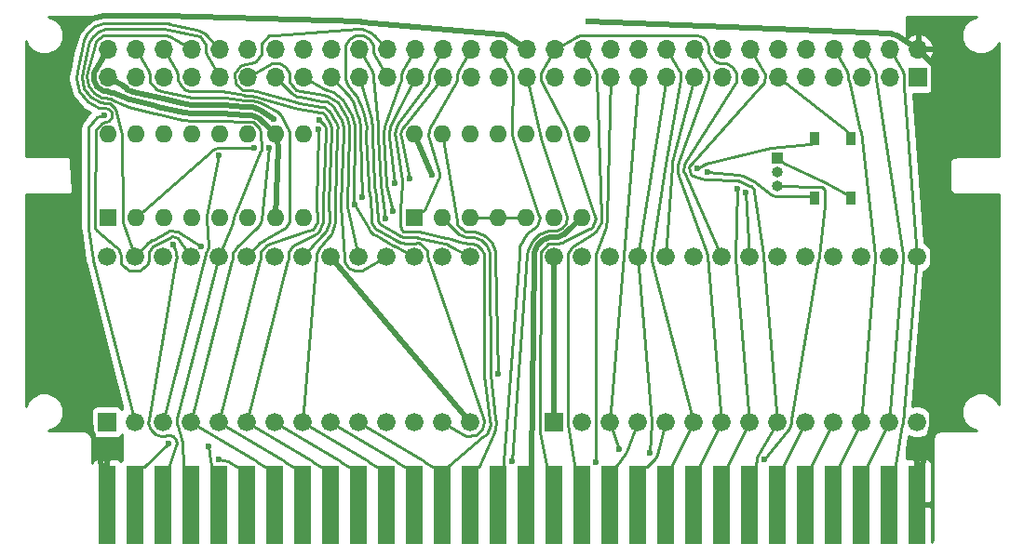
<source format=gtl>
G04 #@! TF.FileFunction,Copper,L1,Top,Signal*
%FSLAX46Y46*%
G04 Gerber Fmt 4.6, Leading zero omitted, Abs format (unit mm)*
G04 Created by KiCad (PCBNEW 4.0.7) date 06/30/18 03:53:03*
%MOMM*%
%LPD*%
G01*
G04 APERTURE LIST*
%ADD10C,0.150000*%
%ADD11R,1.676400X1.676400*%
%ADD12C,1.676400*%
%ADD13R,1.000000X1.000000*%
%ADD14O,1.000000X1.000000*%
%ADD15R,1.524000X7.112000*%
%ADD16R,0.900000X1.200000*%
%ADD17R,1.600000X1.600000*%
%ADD18O,1.600000X1.600000*%
%ADD19R,1.700000X1.700000*%
%ADD20O,1.700000X1.700000*%
%ADD21C,0.600000*%
%ADD22C,0.500000*%
%ADD23C,0.250000*%
%ADD24C,0.254000*%
G04 APERTURE END LIST*
D10*
D11*
X95123000Y-108356400D03*
D12*
X97663000Y-108356400D03*
X100203000Y-108356400D03*
X102743000Y-108356400D03*
X105283000Y-108356400D03*
X107823000Y-108356400D03*
X110363000Y-108356400D03*
X112903000Y-108356400D03*
X115443000Y-108356400D03*
X117983000Y-108356400D03*
X120523000Y-108356400D03*
X123063000Y-108356400D03*
X125603000Y-108356400D03*
X128143000Y-108356400D03*
X128143000Y-93345000D03*
X125603000Y-93345000D03*
X123063000Y-93345000D03*
X120523000Y-93345000D03*
X117983000Y-93345000D03*
X115443000Y-93345000D03*
X112903000Y-93345000D03*
X110363000Y-93345000D03*
X107823000Y-93345000D03*
X105283000Y-93345000D03*
X102743000Y-93345000D03*
X100203000Y-93345000D03*
X97663000Y-93345000D03*
X95123000Y-93345000D03*
D11*
X135763000Y-108356400D03*
D12*
X138303000Y-108356400D03*
X140843000Y-108356400D03*
X143383000Y-108356400D03*
X145923000Y-108356400D03*
X148463000Y-108356400D03*
X151003000Y-108356400D03*
X153543000Y-108356400D03*
X156083000Y-108356400D03*
X158623000Y-108356400D03*
X161163000Y-108356400D03*
X163703000Y-108356400D03*
X166243000Y-108356400D03*
X168783000Y-108356400D03*
X168783000Y-93345000D03*
X166243000Y-93345000D03*
X163703000Y-93345000D03*
X161163000Y-93345000D03*
X158623000Y-93345000D03*
X156083000Y-93345000D03*
X153543000Y-93345000D03*
X151003000Y-93345000D03*
X148463000Y-93345000D03*
X145923000Y-93345000D03*
X143383000Y-93345000D03*
X140843000Y-93345000D03*
X138303000Y-93345000D03*
X135763000Y-93345000D03*
D13*
X156083000Y-84328000D03*
D14*
X156083000Y-85598000D03*
X156083000Y-86868000D03*
D15*
X168783000Y-115887500D03*
X166243000Y-115887500D03*
X163703000Y-115887500D03*
X161163000Y-115887500D03*
X158623000Y-115887500D03*
X156083000Y-115887500D03*
X153543000Y-115887500D03*
X151003000Y-115887500D03*
X148463000Y-115887500D03*
X145923000Y-115887500D03*
X143383000Y-115887500D03*
X140843000Y-115887500D03*
X138303000Y-115887500D03*
X135763000Y-115887500D03*
X133223000Y-115887500D03*
X130683000Y-115887500D03*
X128143000Y-115887500D03*
X125603000Y-115887500D03*
X123063000Y-115887500D03*
X120523000Y-115887500D03*
X117983000Y-115887500D03*
X115443000Y-115887500D03*
X112903000Y-115887500D03*
X110363000Y-115887500D03*
X107823000Y-115887500D03*
X105283000Y-115887500D03*
X102743000Y-115887500D03*
X100203000Y-115887500D03*
X97663000Y-115887500D03*
X95123000Y-115887500D03*
D16*
X159513000Y-82550000D03*
X162813000Y-82550000D03*
X159513000Y-88011000D03*
X162813000Y-88011000D03*
D17*
X95250000Y-89789000D03*
D18*
X113030000Y-82169000D03*
X97790000Y-89789000D03*
X110490000Y-82169000D03*
X100330000Y-89789000D03*
X107950000Y-82169000D03*
X102870000Y-89789000D03*
X105410000Y-82169000D03*
X105410000Y-89789000D03*
X102870000Y-82169000D03*
X107950000Y-89789000D03*
X100330000Y-82169000D03*
X110490000Y-89789000D03*
X97790000Y-82169000D03*
X113030000Y-89789000D03*
X95250000Y-82169000D03*
D17*
X123063000Y-89789000D03*
D18*
X138303000Y-82169000D03*
X125603000Y-89789000D03*
X135763000Y-82169000D03*
X128143000Y-89789000D03*
X133223000Y-82169000D03*
X130683000Y-89789000D03*
X130683000Y-82169000D03*
X133223000Y-89789000D03*
X128143000Y-82169000D03*
X135763000Y-89789000D03*
X125603000Y-82169000D03*
X138303000Y-89789000D03*
X123063000Y-82169000D03*
D19*
X168910000Y-76962000D03*
D20*
X168910000Y-74422000D03*
X166370000Y-76962000D03*
X166370000Y-74422000D03*
X163830000Y-76962000D03*
X163830000Y-74422000D03*
X161290000Y-76962000D03*
X161290000Y-74422000D03*
X158750000Y-76962000D03*
X158750000Y-74422000D03*
X156210000Y-76962000D03*
X156210000Y-74422000D03*
X153670000Y-76962000D03*
X153670000Y-74422000D03*
X151130000Y-76962000D03*
X151130000Y-74422000D03*
X148590000Y-76962000D03*
X148590000Y-74422000D03*
X146050000Y-76962000D03*
X146050000Y-74422000D03*
X143510000Y-76962000D03*
X143510000Y-74422000D03*
X140970000Y-76962000D03*
X140970000Y-74422000D03*
X138430000Y-76962000D03*
X138430000Y-74422000D03*
X135890000Y-76962000D03*
X135890000Y-74422000D03*
X133350000Y-76962000D03*
X133350000Y-74422000D03*
X130810000Y-76962000D03*
X130810000Y-74422000D03*
X128270000Y-76962000D03*
X128270000Y-74422000D03*
X125730000Y-76962000D03*
X125730000Y-74422000D03*
X123190000Y-76962000D03*
X123190000Y-74422000D03*
X120650000Y-76962000D03*
X120650000Y-74422000D03*
X118110000Y-76962000D03*
X118110000Y-74422000D03*
X115570000Y-76962000D03*
X115570000Y-74422000D03*
X113030000Y-76962000D03*
X113030000Y-74422000D03*
X110490000Y-76962000D03*
X110490000Y-74422000D03*
X107950000Y-76962000D03*
X107950000Y-74422000D03*
X105410000Y-76962000D03*
X105410000Y-74422000D03*
X102870000Y-76962000D03*
X102870000Y-74422000D03*
X100330000Y-76962000D03*
X100330000Y-74422000D03*
X97790000Y-76962000D03*
X97790000Y-74422000D03*
X95250000Y-76962000D03*
X95250000Y-74422000D03*
D21*
X110323100Y-80778900D03*
X138938500Y-71858600D03*
X124664800Y-85890700D03*
X141680400Y-110851200D03*
X152426600Y-87112700D03*
X153255000Y-87488500D03*
X154959700Y-111747100D03*
X144471100Y-111166100D03*
X94924200Y-80414900D03*
X105304900Y-84116400D03*
X105277400Y-111731400D03*
X109883400Y-83394200D03*
X114338400Y-81742600D03*
X114412400Y-80849700D03*
X120477600Y-89793800D03*
X121118300Y-89154700D03*
X122679100Y-86221500D03*
X121289600Y-86617700D03*
X118340900Y-87868100D03*
X117681900Y-88583300D03*
X101136200Y-92245700D03*
X100711600Y-110289600D03*
X104361500Y-110581900D03*
X103716700Y-92395800D03*
X139573000Y-112012000D03*
X131976200Y-111956800D03*
X130730600Y-103994500D03*
X148864700Y-85296400D03*
X149740700Y-85580900D03*
X108520100Y-83432000D03*
D22*
X170158300Y-75732600D02*
X168910000Y-74422000D01*
X170231400Y-75809300D02*
X170158300Y-75732600D01*
X170310100Y-76006000D02*
X170231400Y-75809300D01*
X170310100Y-76112000D02*
X170310100Y-76006000D01*
X170310100Y-77812000D02*
X170310100Y-76112000D01*
X170310100Y-77814500D02*
X170310100Y-77812000D01*
X170171300Y-108362700D02*
X170310100Y-77814500D01*
X170171000Y-108440100D02*
X170171300Y-108362700D01*
X170153000Y-108593900D02*
X170171000Y-108440100D01*
X170135600Y-108669300D02*
X170153000Y-108593900D01*
X169301400Y-112275200D02*
X170135600Y-108669300D01*
X169295000Y-112317300D02*
X169295000Y-112331500D01*
X169298200Y-112289000D02*
X169295000Y-112317300D01*
X169301400Y-112275200D02*
X169298200Y-112289000D01*
X169295000Y-112581500D02*
X169295000Y-112331500D01*
X168783000Y-115887500D02*
X169295000Y-112581500D01*
X124664800Y-85890700D02*
X123063000Y-82169000D01*
X135763000Y-107518200D02*
X135763000Y-93345000D01*
X135763000Y-107768200D02*
X135763000Y-107518200D01*
X135763000Y-108356400D02*
X135763000Y-107768200D01*
X167141800Y-73253800D02*
X168910000Y-74422000D01*
X166619800Y-73031200D02*
X166429300Y-73023200D01*
X166982700Y-73148700D02*
X166619800Y-73031200D01*
X167141800Y-73253800D02*
X166982700Y-73148700D01*
X138938500Y-71858600D02*
X166429300Y-73023200D01*
X96541100Y-77743400D02*
X95250000Y-76962000D01*
X96637500Y-77801700D02*
X96541100Y-77743400D01*
X96821300Y-77931900D02*
X96637500Y-77801700D01*
X96908300Y-78003500D02*
X96821300Y-77931900D01*
X96923000Y-78015700D02*
X96908300Y-78003500D01*
X97323400Y-78253800D02*
X97475400Y-78289700D01*
X97043600Y-78114900D02*
X97323400Y-78253800D01*
X96923000Y-78015700D02*
X97043600Y-78114900D01*
X99880300Y-78859600D02*
X97475400Y-78289700D01*
X99880300Y-78859600D02*
X99907600Y-78865900D01*
X102328500Y-79403000D02*
X99907600Y-78865900D01*
X102728700Y-79462000D02*
X102863700Y-79462300D01*
X102460300Y-79432200D02*
X102728700Y-79462000D01*
X102328500Y-79403000D02*
X102460300Y-79432200D01*
X105416800Y-79468700D02*
X102863700Y-79462300D01*
X105484500Y-79468800D02*
X105416800Y-79468700D01*
X105619600Y-79476000D02*
X105484500Y-79468800D01*
X105686900Y-79482900D02*
X105619600Y-79476000D01*
X107669100Y-79687300D02*
X105686900Y-79482900D01*
X107879600Y-79701700D02*
X107950000Y-79701700D01*
X107739100Y-79694500D02*
X107879600Y-79701700D01*
X107669100Y-79687300D02*
X107739100Y-79694500D01*
X108312400Y-79701700D02*
X107950000Y-79701700D01*
X109006500Y-79910100D02*
X108312400Y-79701700D01*
X109308900Y-80109700D02*
X109006500Y-79910100D01*
X110323100Y-80778900D02*
X109308900Y-80109700D01*
D23*
X162488000Y-82075000D02*
X162813000Y-82550000D01*
X162488000Y-81950000D02*
X162488000Y-82075000D01*
X162462800Y-81869500D02*
X162440200Y-81851700D01*
X162488000Y-81921200D02*
X162462800Y-81869500D01*
X162488000Y-81950000D02*
X162488000Y-81921200D01*
X156210000Y-76962000D02*
X162440200Y-81851700D01*
X141680400Y-110851200D02*
X140843000Y-108356400D01*
X142124200Y-93238300D02*
X140843000Y-108356400D01*
X142124300Y-93237800D02*
X142124200Y-93238300D01*
X143510000Y-76962000D02*
X142124300Y-93237800D01*
X142359900Y-111104200D02*
X143383000Y-108356400D01*
X142340600Y-111156200D02*
X142359900Y-111104200D01*
X142286600Y-111253000D02*
X142340600Y-111156200D01*
X142252500Y-111296700D02*
X142286600Y-111253000D01*
X141506400Y-112254700D02*
X142252500Y-111296700D01*
X141480000Y-112310600D02*
X141480000Y-112331500D01*
X141493600Y-112271200D02*
X141480000Y-112310600D01*
X141506400Y-112254700D02*
X141493600Y-112271200D01*
X141480000Y-112456500D02*
X141480000Y-112331500D01*
X140843000Y-115887500D02*
X141480000Y-112456500D01*
X145174400Y-111342400D02*
X145923000Y-108356400D01*
X145150200Y-111439000D02*
X145174400Y-111342400D01*
X145051500Y-111612000D02*
X145150200Y-111439000D01*
X144980600Y-111682000D02*
X145051500Y-111612000D01*
X144232800Y-112420400D02*
X144980600Y-111682000D01*
X144215300Y-112437800D02*
X144232800Y-112420400D01*
X144169700Y-112456500D02*
X144215300Y-112437800D01*
X144145000Y-112456500D02*
X144169700Y-112456500D01*
X144020000Y-112456500D02*
X144145000Y-112456500D01*
X143383000Y-115887500D02*
X144020000Y-112456500D01*
X146572400Y-112277200D02*
X148463000Y-108356400D01*
X146560000Y-112317400D02*
X146560000Y-112331500D01*
X146566300Y-112289900D02*
X146560000Y-112317400D01*
X146572400Y-112277200D02*
X146566300Y-112289900D01*
X146560000Y-112456500D02*
X146560000Y-112331500D01*
X145923000Y-115887500D02*
X146560000Y-112456500D01*
X144699200Y-93658400D02*
X148463000Y-108356400D01*
X144667300Y-93533800D02*
X144699200Y-93658400D01*
X144655000Y-93276800D02*
X144667300Y-93533800D01*
X144674900Y-93149700D02*
X144655000Y-93276800D01*
X145974400Y-84844200D02*
X144674900Y-93149700D01*
X145982100Y-84797200D02*
X145974400Y-84844200D01*
X147301400Y-77178700D02*
X145982100Y-84797200D01*
X147261300Y-76520100D02*
X147149900Y-76327000D01*
X147339400Y-76959000D02*
X147261300Y-76520100D01*
X147301400Y-77178700D02*
X147339400Y-76959000D01*
X146050000Y-74422000D02*
X147149900Y-76327000D01*
X149112400Y-112277200D02*
X151003000Y-108356400D01*
X149100000Y-112317400D02*
X149100000Y-112331500D01*
X149106300Y-112289900D02*
X149100000Y-112317400D01*
X149112400Y-112277200D02*
X149106300Y-112289900D01*
X149100000Y-112456500D02*
X149100000Y-112331500D01*
X148463000Y-115887500D02*
X149100000Y-112456500D01*
X149721800Y-93238300D02*
X151003000Y-108356400D01*
X149680100Y-92996700D02*
X149652500Y-92919600D01*
X149714900Y-93156700D02*
X149680100Y-92996700D01*
X149721800Y-93238300D02*
X149714900Y-93156700D01*
X147146000Y-85911100D02*
X149652500Y-92919600D01*
X147038800Y-85611300D02*
X147146000Y-85911100D01*
X147040000Y-84974500D02*
X147038800Y-85611300D01*
X147148400Y-84675100D02*
X147040000Y-84974500D01*
X149784200Y-77394300D02*
X147148400Y-84675100D01*
X149830400Y-76570300D02*
X149689900Y-76327000D01*
X149879800Y-77130100D02*
X149830400Y-76570300D01*
X149784200Y-77394300D02*
X149879800Y-77130100D01*
X148590000Y-74422000D02*
X149689900Y-76327000D01*
X151652400Y-112277200D02*
X153543000Y-108356400D01*
X151640000Y-112317400D02*
X151640000Y-112331500D01*
X151646300Y-112289900D02*
X151640000Y-112317400D01*
X151652400Y-112277200D02*
X151646300Y-112289900D01*
X151640000Y-112456500D02*
X151640000Y-112331500D01*
X151003000Y-115887500D02*
X151640000Y-112456500D01*
X152284200Y-93451300D02*
X153543000Y-108356400D01*
X152281400Y-93417400D02*
X152284200Y-93451300D01*
X152279300Y-93349300D02*
X152281400Y-93417400D01*
X152280100Y-93315200D02*
X152279300Y-93349300D01*
X152426600Y-87112700D02*
X152280100Y-93315200D01*
X154332000Y-111384100D02*
X156083000Y-108356400D01*
X154244500Y-111603700D02*
X154237500Y-111682600D01*
X154292300Y-111452700D02*
X154244500Y-111603700D01*
X154332000Y-111384100D02*
X154292300Y-111452700D01*
X154180500Y-112320400D02*
X154237500Y-111682600D01*
X154180000Y-112328700D02*
X154180000Y-112331500D01*
X154180300Y-112323200D02*
X154180000Y-112328700D01*
X154180500Y-112320400D02*
X154180300Y-112323200D01*
X154180000Y-112456500D02*
X154180000Y-112331500D01*
X153543000Y-115887500D02*
X154180000Y-112456500D01*
X154801800Y-93238300D02*
X156083000Y-108356400D01*
X154801800Y-93238300D02*
X154793800Y-93167400D01*
X153972900Y-87386600D02*
X154793800Y-93167400D01*
X153723900Y-86905000D02*
X153554600Y-86828200D01*
X153946800Y-87202600D02*
X153723900Y-86905000D01*
X153972900Y-87386600D02*
X153946800Y-87202600D01*
X152726200Y-86452400D02*
X153554600Y-86828200D01*
X152520400Y-86390100D02*
X152448400Y-86387900D01*
X152660600Y-86422700D02*
X152520400Y-86390100D01*
X152726200Y-86452400D02*
X152660600Y-86422700D01*
X149718900Y-86305700D02*
X152448400Y-86387900D01*
X149667400Y-86304100D02*
X149718900Y-86305700D01*
X149565700Y-86286400D02*
X149667400Y-86304100D01*
X149516700Y-86270500D02*
X149565700Y-86286400D01*
X148640700Y-85986000D02*
X149516700Y-86270500D01*
X148266500Y-85864500D02*
X148640700Y-85986000D01*
X148062300Y-85104500D02*
X148266500Y-85864500D01*
X148325300Y-84811800D02*
X148062300Y-85104500D01*
X154614800Y-77810700D02*
X148325300Y-84811800D01*
X154976000Y-76684000D02*
X154769900Y-76327000D01*
X154890300Y-77504000D02*
X154976000Y-76684000D01*
X154614800Y-77810700D02*
X154890300Y-77504000D01*
X153670000Y-74422000D02*
X154769900Y-76327000D01*
X156732400Y-112277200D02*
X158623000Y-108356400D01*
X156720000Y-112317400D02*
X156720000Y-112331500D01*
X156726300Y-112289900D02*
X156720000Y-112317400D01*
X156732400Y-112277200D02*
X156726300Y-112289900D01*
X156720000Y-112456500D02*
X156720000Y-112331500D01*
X156083000Y-115887500D02*
X156720000Y-112456500D01*
X159272400Y-112277200D02*
X161163000Y-108356400D01*
X159260000Y-112317400D02*
X159260000Y-112331500D01*
X159266300Y-112289900D02*
X159260000Y-112317400D01*
X159272400Y-112277200D02*
X159266300Y-112289900D01*
X159260000Y-112456500D02*
X159260000Y-112331500D01*
X158623000Y-115887500D02*
X159260000Y-112456500D01*
X161812400Y-112277200D02*
X163703000Y-108356400D01*
X161800000Y-112317400D02*
X161800000Y-112331500D01*
X161806300Y-112289900D02*
X161800000Y-112317400D01*
X161812400Y-112277200D02*
X161806300Y-112289900D01*
X161800000Y-112456500D02*
X161800000Y-112331500D01*
X161163000Y-115887500D02*
X161800000Y-112456500D01*
X164961800Y-93451300D02*
X163703000Y-108356400D01*
X164965300Y-93265300D02*
X164958400Y-93203600D01*
X164967000Y-93389400D02*
X164965300Y-93265300D01*
X164961800Y-93451300D02*
X164967000Y-93389400D01*
X163685400Y-81902400D02*
X164958400Y-93203600D01*
X163679700Y-81864900D02*
X163676800Y-81852600D01*
X163684000Y-81889800D02*
X163679700Y-81864900D01*
X163685400Y-81902400D02*
X163684000Y-81889800D01*
X162593800Y-77253100D02*
X163676800Y-81852600D01*
X162577000Y-77181500D02*
X162593800Y-77253100D01*
X162560000Y-77035500D02*
X162577000Y-77181500D01*
X162560000Y-76962000D02*
X162560000Y-77035500D01*
X162473500Y-76471800D02*
X162389900Y-76327000D01*
X162560000Y-76794800D02*
X162473500Y-76471800D01*
X162560000Y-76962000D02*
X162560000Y-76794800D01*
X161290000Y-74422000D02*
X162389900Y-76327000D01*
X164352400Y-112277200D02*
X166243000Y-108356400D01*
X164340000Y-112317400D02*
X164340000Y-112331500D01*
X164346300Y-112289900D02*
X164340000Y-112317400D01*
X164352400Y-112277200D02*
X164346300Y-112289900D01*
X164340000Y-112456500D02*
X164340000Y-112331500D01*
X163703000Y-115887500D02*
X164340000Y-112456500D01*
X167501800Y-93451300D02*
X166243000Y-108356400D01*
X167503300Y-93231800D02*
X167492600Y-93159300D01*
X167508000Y-93378300D02*
X167503300Y-93231800D01*
X167501800Y-93451300D02*
X167508000Y-93378300D01*
X165113800Y-77148600D02*
X167492600Y-93159300D01*
X165106900Y-77102300D02*
X165113800Y-77148600D01*
X165100000Y-77008800D02*
X165106900Y-77102300D01*
X165100000Y-76962000D02*
X165100000Y-77008800D01*
X165013500Y-76471800D02*
X164929900Y-76327000D01*
X165100000Y-76794800D02*
X165013500Y-76471800D01*
X165100000Y-76962000D02*
X165100000Y-76794800D01*
X163830000Y-74422000D02*
X164929900Y-76327000D01*
D22*
X131581800Y-73253800D02*
X133350000Y-74422000D01*
X131105500Y-73042300D02*
X130931300Y-73027200D01*
X131435900Y-73157400D02*
X131105500Y-73042300D01*
X131581800Y-73253800D02*
X131435900Y-73157400D01*
X118326600Y-71931100D02*
X130931300Y-73027200D01*
X118326600Y-71931100D02*
X118187400Y-71922900D01*
X100424400Y-71373100D02*
X118187400Y-71922900D01*
X100424400Y-71373100D02*
X100330000Y-71371600D01*
X95250000Y-71371600D02*
X100330000Y-71371600D01*
X92506300Y-73004900D02*
X92354900Y-73461100D01*
X93075000Y-72229800D02*
X92506300Y-73004900D01*
X93854600Y-71667200D02*
X93075000Y-72229800D01*
X94769300Y-71371600D02*
X93854600Y-71667200D01*
X95250000Y-71371600D02*
X94769300Y-71371600D01*
X91595500Y-75749100D02*
X92354900Y-73461100D01*
X91380500Y-76891300D02*
X91412600Y-77279200D01*
X91472900Y-76118500D02*
X91380500Y-76891300D01*
X91595500Y-75749100D02*
X91472900Y-76118500D01*
X92039700Y-84865700D02*
X91412600Y-77279200D01*
X92040300Y-84872900D02*
X92039700Y-84865700D01*
X93736000Y-109232800D02*
X92040300Y-84872900D01*
X93748300Y-109319600D02*
X93756400Y-109347700D01*
X93738000Y-109262000D02*
X93748300Y-109319600D01*
X93736000Y-109232800D02*
X93738000Y-109262000D01*
X94601100Y-112261900D02*
X93756400Y-109347700D01*
X94606000Y-112278900D02*
X94601100Y-112261900D01*
X94611000Y-112313800D02*
X94606000Y-112278900D01*
X94611000Y-112331500D02*
X94611000Y-112313800D01*
X94611000Y-112581500D02*
X94611000Y-112331500D01*
X95123000Y-115887500D02*
X94611000Y-112581500D01*
X110732900Y-83426600D02*
X110490000Y-89789000D01*
X110725700Y-83267800D02*
X110714600Y-83215900D01*
X110734900Y-83373600D02*
X110725700Y-83267800D01*
X110732900Y-83426600D02*
X110734900Y-83373600D01*
X110490000Y-82169000D02*
X110714600Y-83215900D01*
X109148700Y-80901000D02*
X110490000Y-82169000D01*
X108284400Y-80424100D02*
X107950000Y-80424100D01*
X108905700Y-80671300D02*
X108284400Y-80424100D01*
X109148700Y-80901000D02*
X108905700Y-80671300D01*
X107723100Y-80416700D02*
X107950000Y-80424100D01*
X105534600Y-80272900D02*
X107723100Y-80416700D01*
X105534600Y-80272900D02*
X105414800Y-80268800D01*
X102861700Y-80262400D02*
X105414800Y-80268800D01*
X102683500Y-80262000D02*
X102861700Y-80262400D01*
X102329200Y-80222700D02*
X102683500Y-80262000D01*
X102155200Y-80184100D02*
X102329200Y-80222700D01*
X99734400Y-79647000D02*
X102155200Y-80184100D01*
X99657400Y-79628800D02*
X99734400Y-79647000D01*
X97269300Y-79026400D02*
X99657400Y-79628800D01*
X97195300Y-79007800D02*
X97269300Y-79026400D01*
X97050300Y-78960000D02*
X97195300Y-79007800D01*
X96979700Y-78930900D02*
X97050300Y-78960000D01*
X95744200Y-78422400D02*
X96979700Y-78930900D01*
X95293100Y-78286200D02*
X95136400Y-78270800D01*
X95598600Y-78362500D02*
X95293100Y-78286200D01*
X95744200Y-78422400D02*
X95598600Y-78362500D01*
X95120600Y-78269200D02*
X95136400Y-78270800D01*
X94784100Y-78235900D02*
X95120600Y-78269200D01*
X94226900Y-77852600D02*
X94784100Y-78235900D01*
X93924100Y-77247900D02*
X94226900Y-77852600D01*
X93950800Y-76572100D02*
X93924100Y-77247900D01*
X94125700Y-76282700D02*
X93950800Y-76572100D01*
X95250000Y-74422000D02*
X94125700Y-76282700D01*
X136981000Y-91057900D02*
X138303000Y-89789000D01*
X136735400Y-91293700D02*
X136981000Y-91057900D01*
X136103500Y-91547900D02*
X136735400Y-91293700D01*
X135763000Y-91547900D02*
X136103500Y-91547900D01*
X133970300Y-92968600D02*
X133966000Y-93323200D01*
X134247700Y-92315800D02*
X133970300Y-92968600D01*
X134752300Y-91817300D02*
X134247700Y-92315800D01*
X135408400Y-91547900D02*
X134752300Y-91817300D01*
X135763000Y-91547900D02*
X135408400Y-91547900D01*
X133735000Y-112328500D02*
X133966000Y-93323200D01*
X133735000Y-112331500D02*
X133735000Y-112328500D01*
X133735000Y-112581500D02*
X133735000Y-112331500D01*
X133223000Y-115887500D02*
X133735000Y-112581500D01*
X115443000Y-93345000D02*
X128143000Y-108356400D01*
D23*
X167501800Y-108463100D02*
X168783000Y-93345000D01*
X167499700Y-108487100D02*
X167501800Y-108463100D01*
X167493900Y-108534800D02*
X167499700Y-108487100D01*
X167490000Y-108558600D02*
X167493900Y-108534800D01*
X166881600Y-112311500D02*
X167490000Y-108558600D01*
X166880000Y-112326500D02*
X166880000Y-112331500D01*
X166880800Y-112316500D02*
X166880000Y-112326500D01*
X166881600Y-112311500D02*
X166880800Y-112316500D01*
X166880000Y-112456500D02*
X166880000Y-112331500D01*
X166243000Y-115887500D02*
X166880000Y-112456500D01*
X167636100Y-77843400D02*
X168783000Y-93345000D01*
X167635500Y-77835600D02*
X167636100Y-77843400D01*
X167634900Y-77819900D02*
X167635500Y-77835600D01*
X167634900Y-77812000D02*
X167634900Y-77819900D01*
X167634900Y-77687000D02*
X167634900Y-77812000D01*
X167634900Y-77684000D02*
X167634900Y-77687000D01*
X167640000Y-76971000D02*
X167634900Y-77684000D01*
X167554600Y-76473800D02*
X167469900Y-76327000D01*
X167641200Y-76801500D02*
X167554600Y-76473800D01*
X167640000Y-76971000D02*
X167641200Y-76801500D01*
X166370000Y-74422000D02*
X167469900Y-76327000D01*
X153255000Y-87488500D02*
X153543000Y-93345000D01*
X156458000Y-84703000D02*
X156083000Y-84328000D01*
X156583000Y-84703000D02*
X156458000Y-84703000D01*
X156597200Y-84703000D02*
X156583000Y-84703000D01*
X156624800Y-84709300D02*
X156597200Y-84703000D01*
X156637500Y-84715500D02*
X156624800Y-84709300D01*
X160388300Y-86533400D02*
X156637500Y-84715500D01*
X160410000Y-86544300D02*
X160388300Y-86533400D01*
X162305700Y-87522100D02*
X160410000Y-86544300D01*
X162348000Y-87536000D02*
X162363000Y-87536000D01*
X162319000Y-87529000D02*
X162348000Y-87536000D01*
X162305700Y-87522100D02*
X162319000Y-87529000D01*
X162488000Y-87536000D02*
X162363000Y-87536000D01*
X162813000Y-88011000D02*
X162488000Y-87536000D01*
X134790100Y-76327000D02*
X135890000Y-74422000D01*
X134612500Y-77255000D02*
X134760700Y-77543000D01*
X134628200Y-76607500D02*
X134612500Y-77255000D01*
X134790100Y-76327000D02*
X134628200Y-76607500D01*
X136852400Y-81608500D02*
X134760700Y-77543000D01*
X136881600Y-81665300D02*
X136852400Y-81608500D01*
X136928000Y-81784500D02*
X136881600Y-81665300D01*
X136944800Y-81846100D02*
X136928000Y-81784500D01*
X137121200Y-82491900D02*
X136944800Y-81846100D01*
X137121200Y-82491900D02*
X137143000Y-82562900D01*
X139463000Y-89395100D02*
X137143000Y-82562900D01*
X139610600Y-89829600D02*
X139463000Y-89395100D01*
X139262200Y-90678600D02*
X139610600Y-89829600D01*
X138852000Y-90884200D02*
X139262200Y-90678600D01*
X136822200Y-91901800D02*
X138852000Y-90884200D01*
X136575700Y-92025500D02*
X136822200Y-91901800D01*
X136038800Y-92152500D02*
X136575700Y-92025500D01*
X135763000Y-92152500D02*
X136038800Y-92152500D01*
X135763000Y-92152300D02*
X135763000Y-92152500D01*
X134572700Y-92846800D02*
X134570300Y-93339100D01*
X135270700Y-92152300D02*
X134572700Y-92846800D01*
X135763000Y-92152300D02*
X135270700Y-92152300D01*
X134499700Y-107516100D02*
X134570300Y-93339100D01*
X134499700Y-107518200D02*
X134499700Y-107516100D01*
X134499700Y-109194600D02*
X134499700Y-107518200D01*
X134504000Y-109258400D02*
X134508200Y-109279300D01*
X134499700Y-109215900D02*
X134504000Y-109258400D01*
X134499700Y-109194600D02*
X134499700Y-109215900D01*
X135123500Y-112306600D02*
X134508200Y-109279300D01*
X135124700Y-112312700D02*
X135123500Y-112306600D01*
X135126000Y-112325200D02*
X135124700Y-112312700D01*
X135126000Y-112331500D02*
X135126000Y-112325200D01*
X135126000Y-112456500D02*
X135126000Y-112331500D01*
X135763000Y-115887500D02*
X135126000Y-112456500D01*
X147696900Y-85808700D02*
X151003000Y-93345000D01*
X147569100Y-85517300D02*
X147696900Y-85808700D01*
X147617200Y-84882900D02*
X147569100Y-85517300D01*
X147787400Y-84614100D02*
X147617200Y-84882900D01*
X152203000Y-77641500D02*
X147787400Y-84614100D01*
X151477300Y-75691900D02*
X151130000Y-75692000D01*
X152075200Y-76045400D02*
X151477300Y-75691900D01*
X152410100Y-76653900D02*
X152075200Y-76045400D01*
X152388800Y-77348100D02*
X152410100Y-76653900D01*
X152203000Y-77641500D02*
X152388800Y-77348100D01*
X150877400Y-75692000D02*
X151130000Y-75692000D01*
X150410600Y-75498700D02*
X150877400Y-75692000D01*
X150053300Y-75141400D02*
X150410600Y-75498700D01*
X149860000Y-74674600D02*
X150053300Y-75141400D01*
X149860000Y-74422000D02*
X149860000Y-74674600D01*
X148844900Y-73152500D02*
X148592600Y-73152000D01*
X149310700Y-73346300D02*
X148844900Y-73152500D01*
X149667200Y-73703500D02*
X149310700Y-73346300D01*
X149860000Y-74169700D02*
X149667200Y-73703500D01*
X149860000Y-74422000D02*
X149860000Y-74169700D01*
X146052600Y-73146900D02*
X148592600Y-73152000D01*
X146050000Y-73146900D02*
X146052600Y-73146900D01*
X138430000Y-73146900D02*
X146050000Y-73146900D01*
X137935700Y-73234600D02*
X137789900Y-73319200D01*
X138261400Y-73146900D02*
X137935700Y-73234600D01*
X138430000Y-73146900D02*
X138261400Y-73146900D01*
X135890000Y-74422000D02*
X137789900Y-73319200D01*
X159975900Y-86986100D02*
X156083000Y-86868000D01*
X160148100Y-86991300D02*
X159975900Y-86986100D01*
X160388100Y-87238700D02*
X160148100Y-86991300D01*
X160388100Y-87411000D02*
X160388100Y-87238700D01*
X160388100Y-88611000D02*
X160388100Y-87411000D01*
X160388100Y-88622100D02*
X160388100Y-88611000D01*
X160387000Y-88644300D02*
X160388100Y-88622100D01*
X160385800Y-88655400D02*
X160387000Y-88644300D01*
X159906600Y-93212900D02*
X160385800Y-88655400D01*
X159906400Y-93215400D02*
X159906600Y-93212900D01*
X159879600Y-93474600D02*
X159906400Y-93215400D01*
X159868300Y-93557600D02*
X159879600Y-93474600D01*
X157377700Y-108143800D02*
X159868300Y-93557600D01*
X157377700Y-108143800D02*
X157366400Y-108226800D01*
X157339600Y-108486000D02*
X157366400Y-108226800D01*
X157320700Y-108669100D02*
X157339600Y-108486000D01*
X157180100Y-109009200D02*
X157320700Y-108669100D01*
X157064200Y-109152100D02*
X157180100Y-109009200D01*
X154959700Y-111747100D02*
X157064200Y-109152100D01*
X146495000Y-85131400D02*
X145923000Y-93345000D01*
X146502800Y-85020900D02*
X146495000Y-85131400D01*
X146538700Y-84802300D02*
X146502800Y-85020900D01*
X146566700Y-84695100D02*
X146538700Y-84802300D01*
X148590000Y-76962000D02*
X146566700Y-84695100D01*
X146050000Y-76962000D02*
X143383000Y-93345000D01*
X144641800Y-108250100D02*
X143383000Y-93345000D01*
X144645800Y-108296500D02*
X144641800Y-108250100D01*
X144646700Y-108389600D02*
X144645800Y-108296500D01*
X144643800Y-108436100D02*
X144646700Y-108389600D01*
X144471100Y-111166100D02*
X144643800Y-108436100D01*
X93899200Y-93658400D02*
X97663000Y-108356400D01*
X93890400Y-93623800D02*
X93899200Y-93658400D01*
X93876600Y-93553800D02*
X93890400Y-93623800D01*
X93871700Y-93518500D02*
X93876600Y-93553800D01*
X93484000Y-90722900D02*
X93871700Y-93518500D01*
X93479400Y-90689600D02*
X93484000Y-90722900D01*
X93474800Y-90622600D02*
X93479400Y-90689600D01*
X93474800Y-90589000D02*
X93474800Y-90622600D01*
X93474800Y-82169000D02*
X93474800Y-90589000D01*
X93474800Y-81577200D02*
X93474800Y-82169000D01*
X94185100Y-80630300D02*
X93474800Y-81577200D01*
X94753300Y-80464700D02*
X94185100Y-80630300D01*
X94924200Y-80414900D02*
X94753300Y-80464700D01*
X106134500Y-111915900D02*
X105277400Y-111731400D01*
X106172000Y-111924000D02*
X106134500Y-111915900D01*
X106242900Y-111953300D02*
X106172000Y-111924000D01*
X106275200Y-111974100D02*
X106242900Y-111953300D01*
X106993300Y-112436600D02*
X106275200Y-111974100D01*
X107043000Y-112456500D02*
X107061000Y-112456500D01*
X107008400Y-112446400D02*
X107043000Y-112456500D01*
X106993300Y-112436600D02*
X107008400Y-112446400D01*
X107186000Y-112456500D02*
X107061000Y-112456500D01*
X107823000Y-115887500D02*
X107186000Y-112456500D01*
X104135400Y-93050200D02*
X100203000Y-108356400D01*
X104157000Y-92965900D02*
X104135400Y-93050200D01*
X104224500Y-92805400D02*
X104157000Y-92965900D01*
X104269600Y-92730900D02*
X104224500Y-92805400D01*
X104269800Y-92731000D02*
X104269600Y-92730900D01*
X104368900Y-92450500D02*
X104361800Y-92350500D01*
X104321700Y-92645300D02*
X104368900Y-92450500D01*
X104269800Y-92731000D02*
X104321700Y-92645300D01*
X104187900Y-89874800D02*
X104361800Y-92350500D01*
X104182100Y-89792400D02*
X104187900Y-89874800D01*
X104192800Y-89627600D02*
X104182100Y-89792400D01*
X104209100Y-89546700D02*
X104192800Y-89627600D01*
X105304900Y-84116400D02*
X104209100Y-89546700D01*
X108802600Y-111966300D02*
X102743000Y-108356400D01*
X108815200Y-111974100D02*
X108802600Y-111966300D01*
X109533300Y-112436600D02*
X108815200Y-111974100D01*
X109583000Y-112456500D02*
X109601000Y-112456500D01*
X109548400Y-112446400D02*
X109583000Y-112456500D01*
X109533300Y-112436600D02*
X109548400Y-112446400D01*
X109726000Y-112456500D02*
X109601000Y-112456500D01*
X110363000Y-115887500D02*
X109726000Y-112456500D01*
X106506800Y-93658400D02*
X102743000Y-108356400D01*
X106534800Y-93521100D02*
X106539600Y-93474600D01*
X106518400Y-93613100D02*
X106534800Y-93521100D01*
X106506800Y-93658400D02*
X106518400Y-93613100D01*
X106566400Y-93215400D02*
X106539600Y-93474600D01*
X106589500Y-92990800D02*
X106566400Y-93215400D01*
X106788600Y-92585500D02*
X106589500Y-92990800D01*
X106952100Y-92429900D02*
X106788600Y-92585500D01*
X108794600Y-90676500D02*
X106952100Y-92429900D01*
X109144200Y-90138100D02*
X109167800Y-89922500D01*
X108951700Y-90527000D02*
X109144200Y-90138100D01*
X108794600Y-90676500D02*
X108951700Y-90527000D01*
X109883400Y-83394200D02*
X109167800Y-89922500D01*
X111342600Y-111966300D02*
X105283000Y-108356400D01*
X111355200Y-111974100D02*
X111342600Y-111966300D01*
X112073300Y-112436600D02*
X111355200Y-111974100D01*
X112123000Y-112456500D02*
X112141000Y-112456500D01*
X112088400Y-112446400D02*
X112123000Y-112456500D01*
X112073300Y-112436600D02*
X112088400Y-112446400D01*
X112266000Y-112456500D02*
X112141000Y-112456500D01*
X112903000Y-115887500D02*
X112266000Y-112456500D01*
X109046800Y-93658400D02*
X105283000Y-108356400D01*
X109074800Y-93521100D02*
X109079600Y-93474600D01*
X109058400Y-93613100D02*
X109074800Y-93521100D01*
X109046800Y-93658400D02*
X109058400Y-93613100D01*
X109106400Y-93215400D02*
X109079600Y-93474600D01*
X109144200Y-92849000D02*
X109106400Y-93215400D01*
X109601800Y-92271700D02*
X109144200Y-92849000D01*
X109949900Y-92151200D02*
X109601800Y-92271700D01*
X113430600Y-90946700D02*
X109949900Y-92151200D01*
X114271800Y-90141000D02*
X114253900Y-89734800D01*
X113814900Y-90813700D02*
X114271800Y-90141000D01*
X113430600Y-90946700D02*
X113814900Y-90813700D01*
X114209700Y-88737100D02*
X114253900Y-89734800D01*
X114206900Y-88517900D02*
X114209700Y-88737100D01*
X114329500Y-82004600D02*
X114206900Y-88517900D01*
X114337700Y-81758000D02*
X114329500Y-82004600D01*
X114338400Y-81742600D02*
X114337700Y-81758000D01*
X113882600Y-111966300D02*
X107823000Y-108356400D01*
X113895200Y-111974100D02*
X113882600Y-111966300D01*
X114613300Y-112436600D02*
X113895200Y-111974100D01*
X114663000Y-112456500D02*
X114681000Y-112456500D01*
X114628400Y-112446400D02*
X114663000Y-112456500D01*
X114613300Y-112436600D02*
X114628400Y-112446400D01*
X114806000Y-112456500D02*
X114681000Y-112456500D01*
X115443000Y-115887500D02*
X114806000Y-112456500D01*
X111586800Y-93658400D02*
X107823000Y-108356400D01*
X111614800Y-93521100D02*
X111619600Y-93474600D01*
X111598400Y-93613100D02*
X111614800Y-93521100D01*
X111586800Y-93658400D02*
X111598400Y-93613100D01*
X111646400Y-93215400D02*
X111619600Y-93474600D01*
X111678000Y-92909100D02*
X111646400Y-93215400D01*
X112016000Y-92394300D02*
X111678000Y-92909100D01*
X112284500Y-92243500D02*
X112016000Y-92394300D01*
X113899100Y-91336900D02*
X112284500Y-92243500D01*
X114825700Y-90212400D02*
X114803500Y-89710400D01*
X114337300Y-91090900D02*
X114825700Y-90212400D01*
X113899100Y-91336900D02*
X114337300Y-91090900D01*
X114759300Y-88712800D02*
X114803500Y-89710400D01*
X114756400Y-88649900D02*
X114759300Y-88712800D01*
X114756300Y-88524100D02*
X114756400Y-88649900D01*
X114758900Y-88461200D02*
X114756300Y-88524100D01*
X115035700Y-81833800D02*
X114758900Y-88461200D01*
X115037600Y-81791000D02*
X115035700Y-81833800D01*
X115038300Y-81775600D02*
X115037600Y-81791000D01*
X114930500Y-81337700D02*
X114818800Y-81232500D01*
X115045500Y-81622300D02*
X114930500Y-81337700D01*
X115038300Y-81775600D02*
X115045500Y-81622300D01*
X114412400Y-80849700D02*
X114818800Y-81232500D01*
X116422600Y-111966300D02*
X110363000Y-108356400D01*
X116435200Y-111974100D02*
X116422600Y-111966300D01*
X117153300Y-112436600D02*
X116435200Y-111974100D01*
X117203000Y-112456500D02*
X117221000Y-112456500D01*
X117168400Y-112446400D02*
X117203000Y-112456500D01*
X117153300Y-112436600D02*
X117168400Y-112446400D01*
X117346000Y-112456500D02*
X117221000Y-112456500D01*
X117983000Y-115887500D02*
X117346000Y-112456500D01*
X120028600Y-86807300D02*
X120477600Y-89793800D01*
X120024200Y-86778500D02*
X120028600Y-86807300D01*
X120018200Y-86720600D02*
X120024200Y-86778500D01*
X120016500Y-86691600D02*
X120018200Y-86720600D01*
X119765200Y-82360300D02*
X120016500Y-86691600D01*
X119760300Y-82273700D02*
X119765200Y-82360300D01*
X119759300Y-82100200D02*
X119760300Y-82273700D01*
X119763400Y-82013600D02*
X119759300Y-82100200D01*
X119764100Y-81998200D02*
X119763400Y-82013600D01*
X119765500Y-81453500D02*
X119749700Y-81272500D01*
X119772600Y-81816700D02*
X119765500Y-81453500D01*
X119764100Y-81998200D02*
X119772600Y-81816700D01*
X119384800Y-77071900D02*
X119749700Y-81272500D01*
X119382400Y-77044500D02*
X119384800Y-77071900D01*
X119380000Y-76989500D02*
X119382400Y-77044500D01*
X119380000Y-76962000D02*
X119380000Y-76989500D01*
X119293500Y-76471800D02*
X119209900Y-76327000D01*
X119380000Y-76794800D02*
X119293500Y-76471800D01*
X119380000Y-76962000D02*
X119380000Y-76794800D01*
X118110000Y-74422000D02*
X119209900Y-76327000D01*
X118962600Y-111966300D02*
X112903000Y-108356400D01*
X118975200Y-111974100D02*
X118962600Y-111966300D01*
X119693300Y-112436600D02*
X118975200Y-111974100D01*
X119743000Y-112456500D02*
X119761000Y-112456500D01*
X119708400Y-112446400D02*
X119743000Y-112456500D01*
X119693300Y-112436600D02*
X119708400Y-112446400D01*
X119886000Y-112456500D02*
X119761000Y-112456500D01*
X120523000Y-115887500D02*
X119886000Y-112456500D01*
X114184200Y-93238300D02*
X112903000Y-108356400D01*
X114200800Y-93042400D02*
X114184200Y-93238300D01*
X114351500Y-92679300D02*
X114200800Y-93042400D01*
X114478400Y-92529200D02*
X114351500Y-92679300D01*
X115225600Y-91645700D02*
X114478400Y-92529200D01*
X115926600Y-90204000D02*
X115902600Y-89661800D01*
X115576000Y-91231300D02*
X115926600Y-90204000D01*
X115225600Y-91645700D02*
X115576000Y-91231300D01*
X115858400Y-88664100D02*
X115902600Y-89661800D01*
X115856800Y-88628200D02*
X115858400Y-88664100D01*
X115856500Y-88556500D02*
X115856800Y-88628200D01*
X115857700Y-88520600D02*
X115856500Y-88556500D01*
X116084100Y-81929200D02*
X115857700Y-88520600D01*
X116087700Y-81840400D02*
X116084100Y-81929200D01*
X116088500Y-81825000D02*
X116087700Y-81840400D01*
X115972800Y-81059900D02*
X115838200Y-80837000D01*
X116100700Y-81564900D02*
X115972800Y-81059900D01*
X116088500Y-81825000D02*
X116100700Y-81564900D01*
X115462800Y-80215400D02*
X115838200Y-80837000D01*
X114881300Y-79684600D02*
X114617200Y-79639800D01*
X115324300Y-79986100D02*
X114881300Y-79684600D01*
X115462800Y-80215400D02*
X115324300Y-79986100D01*
X112633500Y-79304000D02*
X114617200Y-79639800D01*
X112571700Y-79293500D02*
X112633500Y-79304000D01*
X112449300Y-79266000D02*
X112571700Y-79293500D01*
X112388900Y-79249100D02*
X112449300Y-79266000D01*
X109032200Y-78308200D02*
X112388900Y-79249100D01*
X108224400Y-78159400D02*
X107950000Y-78159400D01*
X108768000Y-78234100D02*
X108224400Y-78159400D01*
X109032200Y-78308200D02*
X108768000Y-78234100D01*
X107495500Y-78159400D02*
X107950000Y-78159400D01*
X106815500Y-77556300D02*
X107495500Y-78159400D01*
X106706800Y-76653900D02*
X106815500Y-77556300D01*
X107224300Y-75906700D02*
X106706800Y-76653900D01*
X107665800Y-75798800D02*
X107224300Y-75906700D01*
X108251500Y-75655700D02*
X107665800Y-75798800D01*
X109220000Y-74861000D02*
X109220000Y-74422000D01*
X108677900Y-75551500D02*
X109220000Y-74861000D01*
X108251500Y-75655700D02*
X108677900Y-75551500D01*
X109220000Y-73922900D02*
X109220000Y-74422000D01*
X109899700Y-73191800D02*
X109220000Y-73922900D01*
X110397500Y-73155400D02*
X109899700Y-73191800D01*
X117977000Y-72601700D02*
X110397500Y-73155400D01*
X118381500Y-72572100D02*
X117977000Y-72601700D01*
X119139500Y-72861200D02*
X118381500Y-72572100D01*
X119421600Y-73152700D02*
X119139500Y-72861200D01*
X120650000Y-74422000D02*
X119421600Y-73152700D01*
X120582300Y-86777200D02*
X121118300Y-89154700D01*
X120576000Y-86749200D02*
X120582300Y-86777200D01*
X120567800Y-86692400D02*
X120576000Y-86749200D01*
X120566000Y-86663800D02*
X120567800Y-86692400D01*
X120290900Y-82345600D02*
X120566000Y-86663800D01*
X120272700Y-82058700D02*
X120290900Y-82345600D01*
X120354400Y-81489600D02*
X120272700Y-82058700D01*
X120452700Y-81219400D02*
X120354400Y-81489600D01*
X121843500Y-77396200D02*
X120452700Y-81219400D01*
X121920000Y-77073100D02*
X121920000Y-76962000D01*
X121881500Y-77291800D02*
X121920000Y-77073100D01*
X121843500Y-77396200D02*
X121881500Y-77291800D01*
X121920000Y-76794800D02*
X121920000Y-76962000D01*
X122006500Y-76471800D02*
X121920000Y-76794800D01*
X122090100Y-76327000D02*
X122006500Y-76471800D01*
X123190000Y-74422000D02*
X122090100Y-76327000D01*
X122426000Y-112456500D02*
X123063000Y-115887500D01*
X122301000Y-112456500D02*
X122426000Y-112456500D01*
X122283000Y-112456500D02*
X122301000Y-112456500D01*
X122248400Y-112446400D02*
X122283000Y-112456500D01*
X122233300Y-112436600D02*
X122248400Y-112446400D01*
X121515200Y-111974100D02*
X122233300Y-112436600D01*
X121515200Y-111974100D02*
X121502600Y-111966300D01*
X115443000Y-108356400D02*
X121502600Y-111966300D01*
X124630100Y-76327000D02*
X125730000Y-74422000D01*
X124460000Y-76794800D02*
X124460000Y-76962000D01*
X124546500Y-76471800D02*
X124460000Y-76794800D01*
X124630100Y-76327000D02*
X124546500Y-76471800D01*
X124460000Y-77166100D02*
X124460000Y-76962000D01*
X124332100Y-77553700D02*
X124460000Y-77166100D01*
X124210700Y-77717700D02*
X124332100Y-77553700D01*
X121675600Y-81141800D02*
X124210700Y-77717700D01*
X121304000Y-82092800D02*
X121357300Y-82435000D01*
X121469500Y-81420200D02*
X121304000Y-82092800D01*
X121675600Y-81141800D02*
X121469500Y-81420200D01*
X121965200Y-86332800D02*
X121357300Y-82435000D01*
X121978200Y-86398200D02*
X121984200Y-86419600D01*
X121968600Y-86354800D02*
X121978200Y-86398200D01*
X121965200Y-86332800D02*
X121968600Y-86354800D01*
X121984500Y-86419600D02*
X121984200Y-86419600D01*
X122001900Y-86481000D02*
X121984500Y-86419600D01*
X122014900Y-86608000D02*
X122001900Y-86481000D01*
X122010100Y-86671600D02*
X122014900Y-86608000D01*
X121839100Y-88957300D02*
X122010100Y-86671600D01*
X121837800Y-88986800D02*
X121838000Y-88996700D01*
X121838400Y-88967100D02*
X121837800Y-88986800D01*
X121839100Y-88957300D02*
X121838400Y-88967100D01*
X121840600Y-89141700D02*
X121838000Y-88996700D01*
X121840700Y-89157000D02*
X121840600Y-89141700D01*
X121837900Y-90030700D02*
X121840700Y-89157000D01*
X121837900Y-90032100D02*
X121837900Y-90030700D01*
X121837900Y-90464000D02*
X121837900Y-90032100D01*
X121839600Y-90504600D02*
X121841400Y-90518100D01*
X121837900Y-90477600D02*
X121839600Y-90504600D01*
X121837900Y-90464000D02*
X121837900Y-90477600D01*
X121857100Y-90641100D02*
X121841400Y-90518100D01*
X122072400Y-90977100D02*
X122210900Y-90994900D01*
X121874900Y-90779600D02*
X122072400Y-90977100D01*
X121857100Y-90641100D02*
X121874900Y-90779600D01*
X122333900Y-91010600D02*
X122210900Y-90994900D01*
X122378400Y-91014200D02*
X122393300Y-91014100D01*
X122348700Y-91012500D02*
X122378400Y-91014200D01*
X122333900Y-91010600D02*
X122348700Y-91012500D01*
X123033800Y-91006100D02*
X122393300Y-91014100D01*
X123163100Y-91004400D02*
X123033800Y-91006100D01*
X123420600Y-91029700D02*
X123163100Y-91004400D01*
X123547100Y-91056500D02*
X123420600Y-91029700D01*
X125978300Y-91570900D02*
X123547100Y-91056500D01*
X126098000Y-91600500D02*
X125978300Y-91570900D01*
X127514900Y-92002500D02*
X126098000Y-91600500D01*
X127983700Y-92089900D02*
X128143000Y-92090000D01*
X127668100Y-92046000D02*
X127983700Y-92089900D01*
X127514900Y-92002500D02*
X127668100Y-92046000D01*
X128143000Y-92089800D02*
X128143000Y-92090000D01*
X128391800Y-92089800D02*
X128143000Y-92089800D01*
X128851800Y-92279600D02*
X128391800Y-92089800D01*
X129204600Y-92630500D02*
X128851800Y-92279600D01*
X129396900Y-93089500D02*
X129204600Y-92630500D01*
X129398200Y-93338300D02*
X129396900Y-93089500D01*
X129455400Y-104001300D02*
X129398200Y-93338300D01*
X129460100Y-104110200D02*
X129464500Y-104146300D01*
X129455600Y-104037700D02*
X129460100Y-104110200D01*
X129455400Y-104001300D02*
X129455600Y-104037700D01*
X129943500Y-108140500D02*
X129464500Y-104146300D01*
X129998700Y-108600900D02*
X129943500Y-108140500D01*
X129653600Y-109461600D02*
X129998700Y-108600900D01*
X129295700Y-109756300D02*
X129653600Y-109461600D01*
X126285500Y-112235000D02*
X129295700Y-109756300D01*
X126240000Y-112303500D02*
X126240000Y-112331500D01*
X126263900Y-112252800D02*
X126240000Y-112303500D01*
X126285500Y-112235000D02*
X126263900Y-112252800D01*
X126240000Y-112456500D02*
X126240000Y-112331500D01*
X125603000Y-115887500D02*
X126240000Y-112456500D01*
X124966000Y-112456500D02*
X125603000Y-115887500D01*
X124841000Y-112456500D02*
X124966000Y-112456500D01*
X124823000Y-112456500D02*
X124841000Y-112456500D01*
X124788400Y-112446400D02*
X124823000Y-112456500D01*
X124773300Y-112436600D02*
X124788400Y-112446400D01*
X124055200Y-111974100D02*
X124773300Y-112436600D01*
X124055200Y-111974100D02*
X124042600Y-111966300D01*
X117983000Y-108356400D02*
X124042600Y-111966300D01*
X121887400Y-82413400D02*
X122679100Y-86221500D01*
X121832400Y-82149000D02*
X121887400Y-82413400D01*
X121959500Y-81623900D02*
X121832400Y-82149000D01*
X122129400Y-81413900D02*
X121959500Y-81623900D01*
X125730000Y-76962000D02*
X122129400Y-81413900D01*
X120824700Y-82416700D02*
X121289600Y-86617700D01*
X120788400Y-82088900D02*
X120824700Y-82416700D01*
X120906900Y-81439900D02*
X120788400Y-82088900D01*
X121056700Y-81146100D02*
X120906900Y-81439900D01*
X123190000Y-76962000D02*
X121056700Y-81146100D01*
X127514700Y-109452400D02*
X125603000Y-108356400D01*
X129466100Y-108315200D02*
X129336300Y-107941900D01*
X129253600Y-109076600D02*
X129466100Y-108315200D01*
X128645100Y-109581200D02*
X129253600Y-109076600D01*
X127857600Y-109649000D02*
X128645100Y-109581200D01*
X127514700Y-109452400D02*
X127857600Y-109649000D01*
X124409700Y-93759500D02*
X129336300Y-107941900D01*
X124388500Y-93698600D02*
X124409700Y-93759500D01*
X124358800Y-93573000D02*
X124388500Y-93698600D01*
X124350400Y-93509000D02*
X124358800Y-93573000D01*
X124307600Y-93182000D02*
X124350400Y-93509000D01*
X123499900Y-92071500D02*
X123013400Y-92090800D01*
X124244400Y-92699200D02*
X123499900Y-92071500D01*
X124307600Y-93182000D02*
X124244400Y-92699200D01*
X122448200Y-92113100D02*
X123013400Y-92090800D01*
X122283700Y-92119600D02*
X122448200Y-92113100D01*
X121959400Y-92062100D02*
X122283700Y-92119600D01*
X121807200Y-91999400D02*
X121959400Y-92062100D01*
X121700300Y-91955400D02*
X121807200Y-91999400D01*
X121642400Y-91931500D02*
X121700300Y-91955400D01*
X121531100Y-91874200D02*
X121642400Y-91931500D01*
X121478000Y-91840900D02*
X121531100Y-91874200D01*
X121469500Y-91835600D02*
X121478000Y-91840900D01*
X121469500Y-91835600D02*
X121410300Y-91800100D01*
X119842500Y-90899600D02*
X121410300Y-91800100D01*
X119565700Y-90740600D02*
X119842500Y-90899600D01*
X119227200Y-90199300D02*
X119565700Y-90740600D01*
X119205400Y-89880800D02*
X119227200Y-90199300D01*
X119064300Y-87818600D02*
X119205400Y-89880800D01*
X119060200Y-87775700D02*
X119058100Y-87761500D01*
X119063300Y-87804300D02*
X119060200Y-87775700D01*
X119064300Y-87818600D02*
X119063300Y-87804300D01*
X118940000Y-86967000D02*
X119058100Y-87761500D01*
X118931200Y-86907800D02*
X118940000Y-86967000D01*
X118919600Y-86788500D02*
X118931200Y-86907800D01*
X118916800Y-86728700D02*
X118919600Y-86788500D01*
X118713100Y-82372400D02*
X118916800Y-86728700D01*
X118708300Y-82270400D02*
X118713100Y-82372400D01*
X118708300Y-82066100D02*
X118708300Y-82270400D01*
X118713100Y-81964100D02*
X118708300Y-82066100D01*
X118713800Y-81948700D02*
X118713100Y-81964100D01*
X118620300Y-80733700D02*
X118490500Y-80347100D01*
X118733000Y-81541400D02*
X118620300Y-80733700D01*
X118713800Y-81948700D02*
X118733000Y-81541400D01*
X118228400Y-79567200D02*
X118490500Y-80347100D01*
X117817300Y-78677000D02*
X117619100Y-78415900D01*
X118124000Y-79256500D02*
X117817300Y-78677000D01*
X118228400Y-79567200D02*
X118124000Y-79256500D01*
X117098400Y-77729800D02*
X117619100Y-78415900D01*
X116972700Y-77564200D02*
X117098400Y-77729800D01*
X116840000Y-77170000D02*
X116972700Y-77564200D01*
X116840000Y-76962000D02*
X116840000Y-77170000D01*
X116840000Y-74422000D02*
X116840000Y-76962000D01*
X116840000Y-74081700D02*
X116840000Y-74422000D01*
X117180300Y-73492300D02*
X116840000Y-74081700D01*
X117769700Y-73152000D02*
X117180300Y-73492300D01*
X118450300Y-73152000D02*
X117769700Y-73152000D01*
X119039700Y-73492300D02*
X118450300Y-73152000D01*
X119380000Y-74081700D02*
X119039700Y-73492300D01*
X119380000Y-74422000D02*
X119380000Y-74081700D01*
X119466500Y-74912200D02*
X119550100Y-75057000D01*
X119380000Y-74589200D02*
X119466500Y-74912200D01*
X119380000Y-74422000D02*
X119380000Y-74589200D01*
X120650000Y-76962000D02*
X119550100Y-75057000D01*
X126231300Y-92249000D02*
X128143000Y-93345000D01*
X125964000Y-92130400D02*
X125868500Y-92109900D01*
X126146500Y-92200400D02*
X125964000Y-92130400D01*
X126231300Y-92249000D02*
X126146500Y-92200400D01*
X123440700Y-91588000D02*
X125868500Y-92109900D01*
X123123900Y-91545700D02*
X123017200Y-91548500D01*
X123336400Y-91565600D02*
X123123900Y-91545700D01*
X123440700Y-91588000D02*
X123336400Y-91565600D01*
X122412800Y-91563900D02*
X123017200Y-91548500D01*
X122343800Y-91565600D02*
X122412800Y-91563900D01*
X122206700Y-91549700D02*
X122343800Y-91565600D01*
X122139900Y-91532100D02*
X122206700Y-91549700D01*
X122023000Y-91501400D02*
X122139900Y-91532100D01*
X121953800Y-91483200D02*
X122023000Y-91501400D01*
X121822400Y-91426300D02*
X121953800Y-91483200D01*
X121761800Y-91388300D02*
X121822400Y-91426300D01*
X121753400Y-91383000D02*
X121761800Y-91388300D01*
X121753400Y-91383000D02*
X121693800Y-91346900D01*
X120111000Y-90419400D02*
X121693800Y-91346900D01*
X119955900Y-90328500D02*
X120111000Y-90419400D01*
X119766500Y-90022700D02*
X119955900Y-90328500D01*
X119754200Y-89843300D02*
X119766500Y-90022700D01*
X119613100Y-87781100D02*
X119754200Y-89843300D01*
X119605900Y-87705600D02*
X119602200Y-87680600D01*
X119611400Y-87755900D02*
X119605900Y-87705600D01*
X119613100Y-87781100D02*
X119611400Y-87755900D01*
X119484100Y-86886100D02*
X119602200Y-87680600D01*
X119477700Y-86843100D02*
X119484100Y-86886100D01*
X119469100Y-86756600D02*
X119477700Y-86843100D01*
X119466800Y-86713200D02*
X119469100Y-86756600D01*
X119239200Y-82369300D02*
X119466800Y-86713200D01*
X119234200Y-82274200D02*
X119239200Y-82369300D01*
X119233700Y-82083900D02*
X119234200Y-82274200D01*
X119238200Y-81988800D02*
X119233700Y-82083900D01*
X119239000Y-81973400D02*
X119238200Y-81988800D01*
X119171300Y-80813700D02*
X119068100Y-80439400D01*
X119257300Y-81585500D02*
X119171300Y-80813700D01*
X119239000Y-81973400D02*
X119257300Y-81585500D01*
X118110000Y-76962000D02*
X119068100Y-80439400D01*
X118184600Y-82306100D02*
X118340900Y-87868100D01*
X118182000Y-82214400D02*
X118184600Y-82306100D01*
X118183800Y-82031000D02*
X118182000Y-82214400D01*
X118188100Y-81939400D02*
X118183800Y-82031000D01*
X118188800Y-81924000D02*
X118188100Y-81939400D01*
X118088400Y-80769500D02*
X117953800Y-80405600D01*
X118207100Y-81536400D02*
X118088400Y-80769500D01*
X118188800Y-81924000D02*
X118207100Y-81536400D01*
X117672200Y-79644200D02*
X117953800Y-80405600D01*
X117206200Y-78755200D02*
X116979800Y-78507000D01*
X117555700Y-79329100D02*
X117206200Y-78755200D01*
X117672200Y-79644200D02*
X117555700Y-79329100D01*
X115570000Y-76962000D02*
X116979800Y-78507000D01*
X118893300Y-90700400D02*
X117681900Y-88583300D01*
X119367100Y-91263400D02*
X119582600Y-91384600D01*
X119016100Y-90915000D02*
X119367100Y-91263400D01*
X118893300Y-90700400D02*
X119016100Y-90915000D01*
X121134700Y-92257900D02*
X119582600Y-91384600D01*
X121185700Y-92288200D02*
X121134700Y-92257900D01*
X121194100Y-92293500D02*
X121185700Y-92288200D01*
X121194100Y-92293500D02*
X121241000Y-92322000D01*
X121333700Y-92376700D02*
X121241000Y-92322000D01*
X121333700Y-92376700D02*
X121374500Y-92400100D01*
X123063000Y-93345000D02*
X121374500Y-92400100D01*
X117619200Y-87938200D02*
X117681900Y-88583300D01*
X117617400Y-87919400D02*
X117619200Y-87938200D01*
X117615700Y-87881800D02*
X117617400Y-87919400D01*
X117615800Y-87862900D02*
X117615700Y-87881800D01*
X117657100Y-82130000D02*
X117615800Y-87862900D01*
X117663000Y-81914600D02*
X117657100Y-82130000D01*
X117663700Y-81899200D02*
X117663000Y-81914600D01*
X117445400Y-80449400D02*
X117191000Y-80026500D01*
X117686900Y-81406300D02*
X117445400Y-80449400D01*
X117663700Y-81899200D02*
X117686900Y-81406300D01*
X116816200Y-79403600D02*
X117191000Y-80026500D01*
X115716000Y-78310900D02*
X115213000Y-78161000D01*
X116545700Y-78953900D02*
X115716000Y-78310900D01*
X116816200Y-79403600D02*
X116545700Y-78953900D01*
X115213000Y-78161100D02*
X115213000Y-78161000D01*
X115145300Y-78140900D02*
X115213000Y-78161100D01*
X115015300Y-78085600D02*
X115145300Y-78140900D01*
X114953800Y-78050800D02*
X115015300Y-78085600D01*
X113030000Y-76962000D02*
X114953800Y-78050800D01*
X118611300Y-94441000D02*
X120523000Y-93345000D01*
X118327700Y-94603600D02*
X118611300Y-94441000D01*
X117674000Y-94612800D02*
X118327700Y-94603600D01*
X117097800Y-94303800D02*
X117674000Y-94612800D01*
X116743900Y-93754100D02*
X117097800Y-94303800D01*
X116722400Y-93427900D02*
X116743900Y-93754100D01*
X116409400Y-88666900D02*
X116722400Y-93427900D01*
X116407400Y-88636300D02*
X116409400Y-88666900D01*
X116406400Y-88574900D02*
X116407400Y-88636300D01*
X116407300Y-88544200D02*
X116406400Y-88574900D01*
X116608700Y-81971200D02*
X116407300Y-88544200D01*
X116612900Y-81865200D02*
X116608700Y-81971200D01*
X116613600Y-81849800D02*
X116612900Y-81865200D01*
X116463600Y-80856000D02*
X116288800Y-80566300D01*
X116629500Y-81511900D02*
X116463600Y-80856000D01*
X116613600Y-81849800D02*
X116629500Y-81511900D01*
X115913700Y-79944300D02*
X116288800Y-80566300D01*
X115097000Y-79192100D02*
X114725400Y-79124700D01*
X115718700Y-79620900D02*
X115097000Y-79192100D01*
X115913700Y-79944300D02*
X115718700Y-79620900D01*
X112704100Y-78757900D02*
X114725400Y-79124700D01*
X112422400Y-78706800D02*
X112704100Y-78757900D01*
X111917500Y-78437000D02*
X112422400Y-78706800D01*
X111718400Y-78231300D02*
X111917500Y-78437000D01*
X110490000Y-76962000D02*
X111718400Y-78231300D01*
X116973600Y-88738500D02*
X117983000Y-93345000D01*
X116964200Y-88695500D02*
X116973600Y-88738500D01*
X116955900Y-88607800D02*
X116964200Y-88695500D01*
X116957100Y-88563800D02*
X116955900Y-88607800D01*
X117133400Y-82009400D02*
X116957100Y-88563800D01*
X117137900Y-81889900D02*
X117133400Y-82009400D01*
X117138600Y-81874500D02*
X117137900Y-81889900D01*
X116954400Y-80652700D02*
X116739900Y-80296500D01*
X117158200Y-81459100D02*
X116954400Y-80652700D01*
X117138600Y-81874500D02*
X117158200Y-81459100D01*
X116365000Y-79673900D02*
X116739900Y-80296500D01*
X115324700Y-78705800D02*
X114850700Y-78612900D01*
X116115800Y-79260100D02*
X115324700Y-78705800D01*
X116365000Y-79673900D02*
X116115800Y-79260100D01*
X112785800Y-78208300D02*
X114850700Y-78612900D01*
X112338900Y-78120700D02*
X112785800Y-78208300D01*
X111760000Y-77417400D02*
X112338900Y-78120700D01*
X111760000Y-76962000D02*
X111760000Y-77417400D01*
X110149700Y-75692000D02*
X109855000Y-75862100D01*
X110830300Y-75692000D02*
X110149700Y-75692000D01*
X111419700Y-76032300D02*
X110830300Y-75692000D01*
X111760000Y-76621700D02*
X111419700Y-76032300D01*
X111760000Y-76962000D02*
X111760000Y-76621700D01*
X107950000Y-76962000D02*
X109855000Y-75862100D01*
X101383600Y-92895500D02*
X101136200Y-92245700D01*
X101443900Y-93053700D02*
X101383600Y-92895500D01*
X101476800Y-93390700D02*
X101443900Y-93053700D01*
X101448300Y-93557600D02*
X101476800Y-93390700D01*
X98957700Y-108143800D02*
X101448300Y-93557600D01*
X100096000Y-109651600D02*
X100397200Y-109604700D01*
X99517100Y-109460200D02*
X100096000Y-109651600D01*
X99089200Y-109025900D02*
X99517100Y-109460200D01*
X98906400Y-108444300D02*
X99089200Y-109025900D01*
X98957700Y-108143800D02*
X98906400Y-108444300D01*
X100600200Y-109573100D02*
X100397200Y-109604700D01*
X100785800Y-109544200D02*
X100600200Y-109573100D01*
X101138300Y-109674000D02*
X100785800Y-109544200D01*
X101383500Y-109958500D02*
X101138300Y-109674000D01*
X101459700Y-110326300D02*
X101383500Y-109958500D01*
X101403800Y-110505600D02*
X101459700Y-110326300D01*
X100845700Y-112294300D02*
X101403800Y-110505600D01*
X100840000Y-112322000D02*
X100840000Y-112331500D01*
X100842900Y-112303300D02*
X100840000Y-112322000D01*
X100845700Y-112294300D02*
X100842900Y-112303300D01*
X100840000Y-112456500D02*
X100840000Y-112331500D01*
X100203000Y-115887500D02*
X100840000Y-112456500D01*
X114734700Y-91370400D02*
X112903000Y-93345000D01*
X115373600Y-90152300D02*
X115353000Y-89686100D01*
X115052000Y-91028300D02*
X115373600Y-90152300D01*
X114734700Y-91370400D02*
X115052000Y-91028300D01*
X115308800Y-88688400D02*
X115353000Y-89686100D01*
X115306600Y-88639600D02*
X115308800Y-88688400D01*
X115306300Y-88541800D02*
X115306600Y-88639600D01*
X115308200Y-88493000D02*
X115306300Y-88541800D01*
X115559700Y-81883500D02*
X115308200Y-88493000D01*
X115562600Y-81815700D02*
X115559700Y-81883500D01*
X115563300Y-81800300D02*
X115562600Y-81815700D01*
X115482200Y-81264400D02*
X115387900Y-81108300D01*
X115571900Y-81618100D02*
X115482200Y-81264400D01*
X115563300Y-81800300D02*
X115571900Y-81618100D01*
X115012400Y-80487000D02*
X115387900Y-81108300D01*
X114674400Y-80181100D02*
X114521100Y-80157100D01*
X114932100Y-80354200D02*
X114674400Y-80181100D01*
X115012400Y-80487000D02*
X114932100Y-80354200D01*
X112576600Y-79852100D02*
X114521100Y-80157100D01*
X112475100Y-79836100D02*
X112576600Y-79852100D01*
X112274900Y-79790100D02*
X112475100Y-79836100D01*
X112176600Y-79760100D02*
X112274900Y-79790100D01*
X108981900Y-78785800D02*
X112176600Y-79760100D01*
X108212300Y-78631900D02*
X107950000Y-78631900D01*
X108731000Y-78709300D02*
X108212300Y-78631900D01*
X108981900Y-78785800D02*
X108731000Y-78709300D01*
X107870000Y-78631900D02*
X107950000Y-78631900D01*
X107710600Y-78616500D02*
X107870000Y-78631900D01*
X107632000Y-78601300D02*
X107710600Y-78616500D01*
X106157500Y-78315300D02*
X107632000Y-78601300D01*
X105611400Y-78244300D02*
X105427700Y-78243500D01*
X105977100Y-78280300D02*
X105611400Y-78244300D01*
X106157500Y-78315300D02*
X105977100Y-78280300D01*
X102864300Y-78232000D02*
X105427700Y-78243500D01*
X102612400Y-78230900D02*
X102864300Y-78232000D01*
X102147700Y-78036500D02*
X102612400Y-78230900D01*
X101792300Y-77679500D02*
X102147700Y-78036500D01*
X101600000Y-77213900D02*
X101792300Y-77679500D01*
X101600000Y-76962000D02*
X101600000Y-77213900D01*
X101513500Y-76471800D02*
X101429900Y-76327000D01*
X101600000Y-76794800D02*
X101513500Y-76471800D01*
X101600000Y-76962000D02*
X101600000Y-76794800D01*
X100330000Y-74422000D02*
X101429900Y-76327000D01*
X130683000Y-89789000D02*
X128143000Y-89789000D01*
X133223000Y-89789000D02*
X130683000Y-89789000D01*
X98512000Y-112421300D02*
X100711600Y-110289600D01*
X98494500Y-112438200D02*
X98512000Y-112421300D01*
X98449300Y-112456500D02*
X98494500Y-112438200D01*
X98425000Y-112456500D02*
X98449300Y-112456500D01*
X98300000Y-112456500D02*
X98425000Y-112456500D01*
X97663000Y-115887500D02*
X98300000Y-112456500D01*
X109068300Y-92075200D02*
X107823000Y-93345000D01*
X109158500Y-91983300D02*
X109068300Y-92075200D01*
X109362900Y-91826800D02*
X109158500Y-91983300D01*
X109475200Y-91763800D02*
X109362900Y-91826800D01*
X111089800Y-90857200D02*
X109475200Y-91763800D01*
X111715100Y-90121200D02*
X111715100Y-89789000D01*
X111379500Y-90694600D02*
X111715100Y-90121200D01*
X111089800Y-90857200D02*
X111379500Y-90694600D01*
X111715100Y-82169000D02*
X111715100Y-89789000D01*
X111643500Y-81730200D02*
X111574000Y-81598200D01*
X111715100Y-82019800D02*
X111643500Y-81730200D01*
X111715100Y-82169000D02*
X111715100Y-82019800D01*
X110964700Y-80441100D02*
X111574000Y-81598200D01*
X110759300Y-80189500D02*
X110662700Y-80138200D01*
X110913800Y-80344300D02*
X110759300Y-80189500D01*
X110964700Y-80441100D02*
X110913800Y-80344300D01*
X109385300Y-79461200D02*
X110662700Y-80138200D01*
X108325300Y-79104300D02*
X107950000Y-79104300D01*
X109053700Y-79285400D02*
X108325300Y-79104300D01*
X109385300Y-79461200D02*
X109053700Y-79285400D01*
X107872800Y-79104300D02*
X107950000Y-79104300D01*
X107718900Y-79093200D02*
X107872800Y-79104300D01*
X107642500Y-79082100D02*
X107718900Y-79093200D01*
X105894600Y-78828600D02*
X107642500Y-79082100D01*
X105538000Y-78793900D02*
X105418500Y-78793600D01*
X105776300Y-78811400D02*
X105538000Y-78793900D01*
X105894600Y-78828600D02*
X105776300Y-78811400D01*
X102865400Y-78787200D02*
X105418500Y-78793600D01*
X102765900Y-78787000D02*
X102865400Y-78787200D01*
X102568100Y-78764900D02*
X102765900Y-78787000D01*
X102471000Y-78743100D02*
X102568100Y-78764900D01*
X100052400Y-78201300D02*
X102471000Y-78743100D01*
X99617400Y-78103800D02*
X100052400Y-78201300D01*
X99060000Y-77407800D02*
X99617400Y-78103800D01*
X99060000Y-76962000D02*
X99060000Y-77407800D01*
X98973500Y-76471800D02*
X98889900Y-76327000D01*
X99060000Y-76794800D02*
X98973500Y-76471800D01*
X99060000Y-76962000D02*
X99060000Y-76794800D01*
X97790000Y-74422000D02*
X98889900Y-76327000D01*
X101519200Y-108043000D02*
X105283000Y-93345000D01*
X101487000Y-108583200D02*
X101544500Y-108755900D01*
X101474000Y-108219300D02*
X101487000Y-108583200D01*
X101519200Y-108043000D02*
X101474000Y-108219300D01*
X101921400Y-109886300D02*
X101544500Y-108755900D01*
X101948000Y-109966400D02*
X101921400Y-109886300D01*
X101979900Y-110132200D02*
X101948000Y-109966400D01*
X101984700Y-110216500D02*
X101979900Y-110132200D01*
X102105800Y-112324300D02*
X101984700Y-110216500D01*
X102106000Y-112331500D02*
X102105800Y-112324300D01*
X102106000Y-112456500D02*
X102106000Y-112331500D01*
X102743000Y-115887500D02*
X102106000Y-112456500D01*
X106544400Y-90251600D02*
X105283000Y-93345000D01*
X106582000Y-90147500D02*
X106591800Y-90111900D01*
X106558300Y-90217400D02*
X106582000Y-90147500D01*
X106544400Y-90251600D02*
X106558300Y-90217400D01*
X106768200Y-89466100D02*
X106591800Y-90111900D01*
X106778400Y-89428800D02*
X106768200Y-89466100D01*
X106803400Y-89355700D02*
X106778400Y-89428800D01*
X106818200Y-89320000D02*
X106803400Y-89355700D01*
X109150100Y-83693100D02*
X106818200Y-89320000D01*
X109206400Y-83457500D02*
X109199700Y-83376500D01*
X109181200Y-83618000D02*
X109206400Y-83457500D01*
X109150100Y-83693100D02*
X109181200Y-83618000D01*
X109093600Y-82075700D02*
X109199700Y-83376500D01*
X108398100Y-81021600D02*
X107950000Y-81021600D01*
X109057200Y-81629000D02*
X108398100Y-81021600D01*
X109093600Y-82075700D02*
X109057200Y-81629000D01*
X107821700Y-81019600D02*
X107950000Y-81021600D01*
X105448700Y-80944500D02*
X107821700Y-81019600D01*
X105448700Y-80944500D02*
X105413100Y-80943900D01*
X102860000Y-80937500D02*
X105413100Y-80943900D01*
X102645300Y-80936900D02*
X102860000Y-80937500D01*
X102218600Y-80889600D02*
X102645300Y-80936900D01*
X102009000Y-80843100D02*
X102218600Y-80889600D01*
X99588100Y-80306100D02*
X102009000Y-80843100D01*
X99444300Y-80270900D02*
X99588100Y-80306100D01*
X97074100Y-79636400D02*
X99444300Y-80270900D01*
X96960700Y-79606100D02*
X97074100Y-79636400D01*
X96739800Y-79526400D02*
X96960700Y-79606100D01*
X96633100Y-79477300D02*
X96739800Y-79526400D01*
X95578500Y-78992300D02*
X96633100Y-79477300D01*
X95208200Y-78869500D02*
X95078400Y-78856600D01*
X95460000Y-78937800D02*
X95208200Y-78869500D01*
X95578500Y-78992300D02*
X95460000Y-78937800D01*
X95062600Y-78855000D02*
X95078400Y-78856600D01*
X94648800Y-78814100D02*
X95062600Y-78855000D01*
X93930900Y-78394300D02*
X94648800Y-78814100D01*
X93453600Y-77713300D02*
X93930900Y-78394300D01*
X93303900Y-76895200D02*
X93453600Y-77713300D01*
X93406600Y-76492300D02*
X93303900Y-76895200D01*
X94014400Y-74107100D02*
X93406600Y-76492300D01*
X94122400Y-73683400D02*
X94014400Y-74107100D01*
X94812800Y-73146900D02*
X94122400Y-73683400D01*
X95250000Y-73146900D02*
X94812800Y-73146900D01*
X100330000Y-73146900D02*
X95250000Y-73146900D01*
X100498600Y-73146900D02*
X100330000Y-73146900D01*
X100824300Y-73234600D02*
X100498600Y-73146900D01*
X100970100Y-73319200D02*
X100824300Y-73234600D01*
X102870000Y-74422000D02*
X100970100Y-73319200D01*
X104561200Y-111844700D02*
X104361500Y-110581900D01*
X104561200Y-111844700D02*
X104563600Y-111858800D01*
X104644100Y-112309500D02*
X104563600Y-111858800D01*
X104645000Y-112315000D02*
X104644100Y-112309500D01*
X104646000Y-112326000D02*
X104645000Y-112315000D01*
X104646000Y-112331500D02*
X104646000Y-112326000D01*
X104646000Y-112456500D02*
X104646000Y-112331500D01*
X105283000Y-115887500D02*
X104646000Y-112456500D01*
X101739100Y-91842800D02*
X102743000Y-93345000D01*
X101044800Y-91474400D02*
X100798500Y-91604000D01*
X101584400Y-91611400D02*
X101044800Y-91474400D01*
X101739100Y-91842800D02*
X101584400Y-91611400D01*
X99614700Y-92227100D02*
X100798500Y-91604000D01*
X98978900Y-92900000D02*
X98946400Y-93215400D01*
X99334100Y-92374800D02*
X98978900Y-92900000D01*
X99614700Y-92227100D02*
X99334100Y-92374800D01*
X98919600Y-93474600D02*
X98946400Y-93215400D01*
X98869800Y-93957700D02*
X98919600Y-93474600D01*
X98148600Y-94608300D02*
X98869800Y-93957700D01*
X97177400Y-94608300D02*
X98148600Y-94608300D01*
X96456200Y-93957700D02*
X97177400Y-94608300D01*
X96406400Y-93474600D02*
X96456200Y-93957700D01*
X96379600Y-93215400D02*
X96406400Y-93474600D01*
X96121200Y-92532200D02*
X95930900Y-92373800D01*
X96354200Y-92969100D02*
X96121200Y-92532200D01*
X96379600Y-93215400D02*
X96354200Y-92969100D01*
X94178100Y-90915800D02*
X95930900Y-92373800D01*
X94105300Y-90855200D02*
X94178100Y-90915800D01*
X94024900Y-90683700D02*
X94105300Y-90855200D01*
X94024900Y-90589000D02*
X94024900Y-90683700D01*
X94024900Y-88989000D02*
X94024900Y-90589000D01*
X94024900Y-88983800D02*
X94024900Y-88989000D01*
X94108000Y-82155100D02*
X94024900Y-88983800D01*
X94112700Y-81766100D02*
X94108000Y-82155100D01*
X94595100Y-81155600D02*
X94112700Y-81766100D01*
X94972500Y-81061100D02*
X94595100Y-81155600D01*
X95079300Y-81034400D02*
X94972500Y-81061100D01*
X95218900Y-79802300D02*
X94987100Y-79779400D01*
X95544000Y-80135800D02*
X95218900Y-79802300D01*
X95578200Y-80600400D02*
X95544000Y-80135800D01*
X95305200Y-80977800D02*
X95578200Y-80600400D01*
X95079300Y-81034400D02*
X95305200Y-80977800D01*
X94971300Y-79777800D02*
X94987100Y-79779400D01*
X94381400Y-79719500D02*
X94971300Y-79777800D01*
X93347700Y-79139000D02*
X94381400Y-79719500D01*
X92633900Y-78192500D02*
X93347700Y-79139000D01*
X92360000Y-77039100D02*
X92633900Y-78192500D01*
X92466000Y-76455900D02*
X92360000Y-77039100D01*
X92913000Y-73997200D02*
X92466000Y-76455900D01*
X92987600Y-73586700D02*
X92913000Y-73997200D01*
X93407700Y-72865700D02*
X92987600Y-73586700D01*
X94048300Y-72331100D02*
X93407700Y-72865700D01*
X94832800Y-72046700D02*
X94048300Y-72331100D01*
X95250000Y-72046700D02*
X94832800Y-72046700D01*
X100330000Y-72046700D02*
X95250000Y-72046700D01*
X100459800Y-72046700D02*
X100330000Y-72046700D01*
X100717700Y-72075000D02*
X100459800Y-72046700D01*
X100844400Y-72103100D02*
X100717700Y-72075000D01*
X103265300Y-72640100D02*
X100844400Y-72103100D01*
X103527100Y-72698200D02*
X103265300Y-72640100D01*
X103995100Y-72960000D02*
X103527100Y-72698200D01*
X104181600Y-73152700D02*
X103995100Y-72960000D01*
X105410000Y-74422000D02*
X104181600Y-73152700D01*
X96625500Y-90169500D02*
X97663000Y-93345000D01*
X96596500Y-90080800D02*
X96625500Y-90169500D01*
X96566100Y-89896700D02*
X96596500Y-90080800D01*
X96565000Y-89803400D02*
X96566100Y-89896700D01*
X96475000Y-82154600D02*
X96565000Y-89803400D01*
X96454700Y-81934400D02*
X96436200Y-81862900D01*
X96474100Y-82080800D02*
X96454700Y-81934400D01*
X96475000Y-82154600D02*
X96474100Y-82080800D01*
X95991500Y-80139500D02*
X96436200Y-81862900D01*
X95378000Y-79352200D02*
X95032800Y-79318000D01*
X95904800Y-79803600D02*
X95378000Y-79352200D01*
X95991500Y-80139500D02*
X95904800Y-79803600D01*
X95017000Y-79316400D02*
X95032800Y-79318000D01*
X94513100Y-79266600D02*
X95017000Y-79316400D01*
X93634500Y-78763100D02*
X94513100Y-79266600D01*
X93038800Y-77944100D02*
X93634500Y-78763100D01*
X92830500Y-76953100D02*
X93038800Y-77944100D01*
X92938300Y-76458400D02*
X92830500Y-76953100D01*
X93466600Y-74033500D02*
X92938300Y-76458400D01*
X93533100Y-73728200D02*
X93466600Y-74033500D01*
X93861600Y-73196700D02*
X93533100Y-73728200D01*
X94348300Y-72804600D02*
X93861600Y-73196700D01*
X94937600Y-72596800D02*
X94348300Y-72804600D01*
X95250000Y-72596800D02*
X94937600Y-72596800D01*
X100330000Y-72596800D02*
X95250000Y-72596800D01*
X100430700Y-72596800D02*
X100330000Y-72596800D01*
X100630800Y-72618900D02*
X100430700Y-72596800D01*
X100729000Y-72640900D02*
X100630800Y-72618900D01*
X103147600Y-73182700D02*
X100729000Y-72640900D01*
X103582600Y-73280200D02*
X103147600Y-73182700D01*
X104140000Y-73976200D02*
X103582600Y-73280200D01*
X104140000Y-74422000D02*
X104140000Y-73976200D01*
X104226500Y-74912200D02*
X104310100Y-75057000D01*
X104140000Y-74589200D02*
X104226500Y-74912200D01*
X104140000Y-74422000D02*
X104140000Y-74589200D01*
X105410000Y-76962000D02*
X104310100Y-75057000D01*
X98908300Y-92075200D02*
X97663000Y-93345000D01*
X99007200Y-91974500D02*
X98908300Y-92075200D01*
X99233600Y-91806000D02*
X99007200Y-91974500D01*
X99358500Y-91740300D02*
X99233600Y-91806000D01*
X100542300Y-91117200D02*
X99358500Y-91740300D01*
X100848100Y-90956400D02*
X100542300Y-91117200D01*
X101538500Y-90987300D02*
X100848100Y-90956400D01*
X101828600Y-91174900D02*
X101538500Y-90987300D01*
X103716700Y-92395800D02*
X101828600Y-91174900D01*
X139529900Y-76327000D02*
X138430000Y-74422000D01*
X139613500Y-76471800D02*
X139529900Y-76327000D01*
X139700000Y-76794800D02*
X139613500Y-76471800D01*
X139700000Y-76962000D02*
X139700000Y-76794800D01*
X139700000Y-76962000D02*
X139700600Y-76999600D01*
X140077400Y-89736500D02*
X139700600Y-76999600D01*
X140091500Y-90214300D02*
X140077400Y-89736500D01*
X139636100Y-91054900D02*
X140091500Y-90214300D01*
X139228200Y-91304000D02*
X139636100Y-91054900D01*
X137646500Y-92270000D02*
X139228200Y-91304000D01*
X137043500Y-93015600D02*
X137043400Y-93344700D01*
X137365600Y-92441500D02*
X137043500Y-93015600D01*
X137646500Y-92270000D02*
X137365600Y-92441500D01*
X137039700Y-108356100D02*
X137043400Y-93344700D01*
X137047800Y-108508400D02*
X137056000Y-108558600D01*
X137039700Y-108407000D02*
X137047800Y-108508400D01*
X137039700Y-108356100D02*
X137039700Y-108407000D01*
X137664400Y-112311500D02*
X137056000Y-108558600D01*
X137665200Y-112316500D02*
X137664400Y-112311500D01*
X137666000Y-112326500D02*
X137665200Y-112316500D01*
X137666000Y-112331500D02*
X137666000Y-112326500D01*
X137666000Y-112456500D02*
X137666000Y-112331500D01*
X138303000Y-115887500D02*
X137666000Y-112456500D01*
X139579700Y-93344500D02*
X139573000Y-112012000D01*
X139579700Y-93235900D02*
X139579700Y-93344500D01*
X139616900Y-93022000D02*
X139579700Y-93235900D01*
X139653400Y-92919800D02*
X139616900Y-93022000D01*
X140492700Y-90571600D02*
X139653400Y-92919800D01*
X140622600Y-90035200D02*
X140627500Y-89850800D01*
X140554800Y-90397900D02*
X140622600Y-90035200D01*
X140492700Y-90571600D02*
X140554800Y-90397900D01*
X140970000Y-76962000D02*
X140627500Y-89850800D01*
X133368000Y-93167600D02*
X131976200Y-111956800D01*
X133401400Y-92714100D02*
X133368000Y-93167600D01*
X133795500Y-91894600D02*
X133401400Y-92714100D01*
X134461900Y-91275700D02*
X133795500Y-91894600D01*
X135308300Y-90943300D02*
X134461900Y-91275700D01*
X135763000Y-90943300D02*
X135308300Y-90943300D01*
X135763000Y-90943500D02*
X135763000Y-90943300D01*
X136946500Y-89692300D02*
X136859800Y-89428500D01*
X136861000Y-90241100D02*
X136946500Y-89692300D01*
X136535300Y-90690900D02*
X136861000Y-90241100D01*
X136040700Y-90943500D02*
X136535300Y-90690900D01*
X135763000Y-90943500D02*
X136040700Y-90943500D01*
X134599200Y-82551600D02*
X136859800Y-89428500D01*
X134589700Y-82522800D02*
X134599200Y-82551600D01*
X134573700Y-82464500D02*
X134589700Y-82522800D01*
X134567100Y-82434900D02*
X134573700Y-82464500D01*
X133350000Y-76962000D02*
X134567100Y-82434900D01*
X130481500Y-93290600D02*
X130730600Y-103994500D01*
X128601200Y-91005900D02*
X128143000Y-91005800D01*
X129449900Y-91351600D02*
X128601200Y-91005900D01*
X130105400Y-91992100D02*
X129449900Y-91351600D01*
X130470800Y-92832500D02*
X130105400Y-91992100D01*
X130481500Y-93290600D02*
X130470800Y-92832500D01*
X128143000Y-91006000D02*
X128143000Y-91005800D01*
X127698400Y-91006000D02*
X128143000Y-91006000D01*
X127018600Y-90432700D02*
X127698400Y-91006000D01*
X126943500Y-89994500D02*
X127018600Y-90432700D01*
X125603000Y-82169000D02*
X126943500Y-89994500D01*
X131251100Y-112456500D02*
X130683000Y-115887500D01*
X131251100Y-112331500D02*
X131251100Y-112456500D01*
X131251100Y-111956800D02*
X131251100Y-112331500D01*
X131251100Y-111943600D02*
X131251100Y-111956800D01*
X131252000Y-111917300D02*
X131251100Y-111943600D01*
X131253000Y-111904100D02*
X131252000Y-111917300D01*
X132622700Y-93116100D02*
X131253000Y-111904100D01*
X132673800Y-92415700D02*
X132622700Y-93116100D01*
X133361500Y-91191100D02*
X132673800Y-92415700D01*
X133932900Y-90782900D02*
X133361500Y-91191100D01*
X134509400Y-89779400D02*
X134379700Y-89396900D01*
X134261500Y-90548200D02*
X134509400Y-89779400D01*
X133932900Y-90782900D02*
X134261500Y-90548200D01*
X132062800Y-82562300D02*
X134379700Y-89396900D01*
X132029000Y-82462700D02*
X132062800Y-82562300D01*
X131996400Y-82254800D02*
X132029000Y-82462700D01*
X131998100Y-82149600D02*
X131996400Y-82254800D01*
X132079800Y-76982100D02*
X131998100Y-82149600D01*
X131996000Y-76476300D02*
X131909900Y-76327000D01*
X132082500Y-76809800D02*
X131996000Y-76476300D01*
X132079800Y-76982100D02*
X132082500Y-76809800D01*
X130810000Y-74422000D02*
X131909900Y-76327000D01*
X128780000Y-112456500D02*
X128143000Y-115887500D01*
X128905000Y-112456500D02*
X128780000Y-112456500D01*
X129005700Y-112414600D02*
X129020300Y-112379800D01*
X128942800Y-112456500D02*
X129005700Y-112414600D01*
X128905000Y-112456500D02*
X128942800Y-112456500D01*
X130323000Y-109269500D02*
X129020300Y-112379800D01*
X130526200Y-108379400D02*
X130489700Y-108075000D01*
X130441400Y-108986700D02*
X130526200Y-108379400D01*
X130323000Y-109269500D02*
X130441400Y-108986700D01*
X130010700Y-104080800D02*
X130489700Y-108075000D01*
X130008200Y-104060400D02*
X130010700Y-104080800D01*
X130005600Y-104019400D02*
X130008200Y-104060400D01*
X130005500Y-103998900D02*
X130005600Y-104019400D01*
X129940100Y-93334000D02*
X130005500Y-103998900D01*
X128499000Y-91547900D02*
X128143000Y-91547900D01*
X129157300Y-91819400D02*
X128499000Y-91547900D01*
X129662400Y-92321300D02*
X129157300Y-91819400D01*
X129937900Y-92978000D02*
X129662400Y-92321300D01*
X129940100Y-93334000D02*
X129937900Y-92978000D01*
X127802500Y-91547900D02*
X128143000Y-91547900D01*
X127170700Y-91293700D02*
X127802500Y-91547900D01*
X126925000Y-91057900D02*
X127170700Y-91293700D01*
X125603000Y-89789000D02*
X126925000Y-91057900D01*
X123738000Y-89114000D02*
X123063000Y-89789000D01*
X123863000Y-89114000D02*
X123738000Y-89114000D01*
X123960500Y-89075200D02*
X123976000Y-89042500D01*
X123899200Y-89114000D02*
X123960500Y-89075200D01*
X123863000Y-89114000D02*
X123899200Y-89114000D01*
X125320300Y-86200800D02*
X123976000Y-89042500D01*
X125398100Y-85814100D02*
X125360400Y-85686100D01*
X125377400Y-86080200D02*
X125398100Y-85814100D01*
X125320300Y-86200800D02*
X125377400Y-86080200D01*
X124427700Y-82514700D02*
X125360400Y-85686100D01*
X124356700Y-82273400D02*
X124427700Y-82514700D01*
X124416400Y-81773900D02*
X124356700Y-82273400D01*
X124542200Y-81556100D02*
X124416400Y-81773900D01*
X126829600Y-77597400D02*
X124542200Y-81556100D01*
X127000000Y-77129300D02*
X127000000Y-76962000D01*
X126913300Y-77452500D02*
X127000000Y-77129300D01*
X126829600Y-77597400D02*
X126913300Y-77452500D01*
X127000000Y-76794800D02*
X127000000Y-76962000D01*
X127086500Y-76471800D02*
X127000000Y-76794800D01*
X127170100Y-76327000D02*
X127086500Y-76471800D01*
X128270000Y-74422000D02*
X127170100Y-76327000D01*
X159188000Y-83025000D02*
X159513000Y-82550000D01*
X159063000Y-83025000D02*
X159188000Y-83025000D01*
X159052900Y-83025400D02*
X159049600Y-83025700D01*
X159059600Y-83025000D02*
X159052900Y-83025400D01*
X159063000Y-83025000D02*
X159059600Y-83025000D01*
X155537300Y-83405400D02*
X159049600Y-83025700D01*
X155494900Y-83411900D02*
X155481000Y-83415300D01*
X155523100Y-83406900D02*
X155494900Y-83411900D01*
X155537300Y-83405400D02*
X155523100Y-83406900D01*
X149566700Y-84877000D02*
X155481000Y-83415300D01*
X149388700Y-84943800D02*
X149335900Y-84979300D01*
X149505000Y-84892300D02*
X149388700Y-84943800D01*
X149566700Y-84877000D02*
X149505000Y-84892300D01*
X148864700Y-85296400D02*
X149335900Y-84979300D01*
X159188000Y-87793100D02*
X159513000Y-88011000D01*
X159063000Y-87793100D02*
X159188000Y-87793100D01*
X156083000Y-87793100D02*
X159063000Y-87793100D01*
X155932000Y-87793100D02*
X156083000Y-87793100D01*
X155645700Y-87697100D02*
X155932000Y-87793100D01*
X155525200Y-87606000D02*
X155645700Y-87697100D01*
X154024000Y-86471200D02*
X155525200Y-87606000D01*
X153846200Y-86356300D02*
X153781800Y-86327200D01*
X153967600Y-86428600D02*
X153846200Y-86356300D01*
X154024000Y-86471200D02*
X153967600Y-86428600D01*
X152953400Y-85951400D02*
X153781800Y-86327200D01*
X152651100Y-85852900D02*
X152545300Y-85843000D01*
X152856600Y-85907500D02*
X152651100Y-85852900D01*
X152953400Y-85951400D02*
X152856600Y-85907500D01*
X149740700Y-85580900D02*
X152545300Y-85843000D01*
X104824800Y-83573000D02*
X97790000Y-89789000D01*
X104930900Y-83479200D02*
X104824800Y-83573000D01*
X105198200Y-83385300D02*
X104930900Y-83479200D01*
X105339700Y-83392100D02*
X105198200Y-83385300D01*
X105351200Y-83392700D02*
X105339700Y-83392100D01*
X105351200Y-83392700D02*
X105395100Y-83394000D01*
X108520100Y-83432000D02*
X105395100Y-83394000D01*
D24*
G36*
X93789277Y-71616602D02*
X93676781Y-71684670D01*
X93561348Y-71747596D01*
X92920748Y-72282195D01*
X92838152Y-72384543D01*
X92751037Y-72483086D01*
X92330937Y-73204087D01*
X92288165Y-73328463D01*
X92239847Y-73450812D01*
X92165257Y-73861258D01*
X91718257Y-76319958D01*
X91718257Y-76319976D01*
X91718251Y-76319992D01*
X91612251Y-76903192D01*
X91612381Y-76911021D01*
X91609653Y-76918359D01*
X91614831Y-77058991D01*
X91617161Y-77199689D01*
X91620276Y-77206870D01*
X91620564Y-77214695D01*
X91894464Y-78368096D01*
X91897732Y-78375231D01*
X91898180Y-78383067D01*
X91959364Y-78509792D01*
X92017948Y-78637699D01*
X92023697Y-78643039D01*
X92027110Y-78650109D01*
X92740910Y-79596609D01*
X92746758Y-79601825D01*
X92750306Y-79608808D01*
X92857197Y-79700319D01*
X92962218Y-79793983D01*
X92969614Y-79796563D01*
X92975567Y-79801659D01*
X93600981Y-80152875D01*
X93577139Y-80174249D01*
X92866839Y-81121149D01*
X92825613Y-81207100D01*
X92772652Y-81286361D01*
X92762064Y-81339588D01*
X92738594Y-81388520D01*
X92733398Y-81483703D01*
X92714800Y-81577200D01*
X92714800Y-90622600D01*
X92719948Y-90648483D01*
X92716585Y-90674657D01*
X92721185Y-90741657D01*
X92728111Y-90767189D01*
X92726549Y-90793597D01*
X92731149Y-90826897D01*
X92731217Y-90827093D01*
X92731205Y-90827299D01*
X93118905Y-93622900D01*
X93118921Y-93622946D01*
X93118918Y-93622994D01*
X93123818Y-93658293D01*
X93130989Y-93678941D01*
X93130952Y-93700799D01*
X93144752Y-93770799D01*
X93152744Y-93790187D01*
X93153849Y-93811131D01*
X93162649Y-93845731D01*
X93162922Y-93846302D01*
X93162956Y-93846934D01*
X96520000Y-106956514D01*
X96520000Y-107213943D01*
X96425290Y-107066759D01*
X96213090Y-106921769D01*
X95961200Y-106870760D01*
X94284800Y-106870760D01*
X94049483Y-106915038D01*
X93833359Y-107054110D01*
X93688369Y-107266310D01*
X93637360Y-107518200D01*
X93637360Y-109194600D01*
X93681638Y-109429917D01*
X93820710Y-109646041D01*
X94032910Y-109791031D01*
X94284800Y-109842040D01*
X95961200Y-109842040D01*
X96196517Y-109797762D01*
X96412641Y-109658690D01*
X96520000Y-109501565D01*
X96520000Y-111822082D01*
X96449559Y-111867410D01*
X96396536Y-111945011D01*
X96244699Y-111793173D01*
X96011310Y-111696500D01*
X95408750Y-111696500D01*
X95250000Y-111855250D01*
X95250000Y-115760500D01*
X95270000Y-115760500D01*
X95270000Y-116014500D01*
X95250000Y-116014500D01*
X95250000Y-116034500D01*
X94996000Y-116034500D01*
X94996000Y-116014500D01*
X94976000Y-116014500D01*
X94976000Y-115760500D01*
X94996000Y-115760500D01*
X94996000Y-111855250D01*
X94837250Y-111696500D01*
X94234690Y-111696500D01*
X94001301Y-111793173D01*
X93822673Y-111971802D01*
X93753100Y-112139766D01*
X93753100Y-109911100D01*
X93695096Y-109619495D01*
X93529915Y-109372285D01*
X93282705Y-109207104D01*
X92991100Y-109149100D01*
X89819851Y-109149100D01*
X90389515Y-108913719D01*
X90878004Y-108426082D01*
X91142699Y-107788627D01*
X91143301Y-107098401D01*
X90879719Y-106460485D01*
X90392082Y-105971996D01*
X89754627Y-105707301D01*
X89064401Y-105706699D01*
X88426485Y-105970281D01*
X87937996Y-106457918D01*
X87753100Y-106903196D01*
X87753100Y-87673100D01*
X91491100Y-87673100D01*
X91782705Y-87615096D01*
X92029915Y-87449915D01*
X92195096Y-87202705D01*
X92253100Y-86911100D01*
X92253100Y-84911100D01*
X92195096Y-84619495D01*
X92029915Y-84372285D01*
X91782705Y-84207104D01*
X91491100Y-84149100D01*
X87753100Y-84149100D01*
X87753100Y-73690184D01*
X87936281Y-74133515D01*
X88423918Y-74622004D01*
X89061373Y-74886699D01*
X89751599Y-74887301D01*
X90389515Y-74623719D01*
X90878004Y-74136082D01*
X91142699Y-73498627D01*
X91143301Y-72808401D01*
X90879719Y-72170485D01*
X90392082Y-71681996D01*
X89816758Y-71443100D01*
X94267872Y-71443100D01*
X93789277Y-71616602D01*
X93789277Y-71616602D01*
G37*
X93789277Y-71616602D02*
X93676781Y-71684670D01*
X93561348Y-71747596D01*
X92920748Y-72282195D01*
X92838152Y-72384543D01*
X92751037Y-72483086D01*
X92330937Y-73204087D01*
X92288165Y-73328463D01*
X92239847Y-73450812D01*
X92165257Y-73861258D01*
X91718257Y-76319958D01*
X91718257Y-76319976D01*
X91718251Y-76319992D01*
X91612251Y-76903192D01*
X91612381Y-76911021D01*
X91609653Y-76918359D01*
X91614831Y-77058991D01*
X91617161Y-77199689D01*
X91620276Y-77206870D01*
X91620564Y-77214695D01*
X91894464Y-78368096D01*
X91897732Y-78375231D01*
X91898180Y-78383067D01*
X91959364Y-78509792D01*
X92017948Y-78637699D01*
X92023697Y-78643039D01*
X92027110Y-78650109D01*
X92740910Y-79596609D01*
X92746758Y-79601825D01*
X92750306Y-79608808D01*
X92857197Y-79700319D01*
X92962218Y-79793983D01*
X92969614Y-79796563D01*
X92975567Y-79801659D01*
X93600981Y-80152875D01*
X93577139Y-80174249D01*
X92866839Y-81121149D01*
X92825613Y-81207100D01*
X92772652Y-81286361D01*
X92762064Y-81339588D01*
X92738594Y-81388520D01*
X92733398Y-81483703D01*
X92714800Y-81577200D01*
X92714800Y-90622600D01*
X92719948Y-90648483D01*
X92716585Y-90674657D01*
X92721185Y-90741657D01*
X92728111Y-90767189D01*
X92726549Y-90793597D01*
X92731149Y-90826897D01*
X92731217Y-90827093D01*
X92731205Y-90827299D01*
X93118905Y-93622900D01*
X93118921Y-93622946D01*
X93118918Y-93622994D01*
X93123818Y-93658293D01*
X93130989Y-93678941D01*
X93130952Y-93700799D01*
X93144752Y-93770799D01*
X93152744Y-93790187D01*
X93153849Y-93811131D01*
X93162649Y-93845731D01*
X93162922Y-93846302D01*
X93162956Y-93846934D01*
X96520000Y-106956514D01*
X96520000Y-107213943D01*
X96425290Y-107066759D01*
X96213090Y-106921769D01*
X95961200Y-106870760D01*
X94284800Y-106870760D01*
X94049483Y-106915038D01*
X93833359Y-107054110D01*
X93688369Y-107266310D01*
X93637360Y-107518200D01*
X93637360Y-109194600D01*
X93681638Y-109429917D01*
X93820710Y-109646041D01*
X94032910Y-109791031D01*
X94284800Y-109842040D01*
X95961200Y-109842040D01*
X96196517Y-109797762D01*
X96412641Y-109658690D01*
X96520000Y-109501565D01*
X96520000Y-111822082D01*
X96449559Y-111867410D01*
X96396536Y-111945011D01*
X96244699Y-111793173D01*
X96011310Y-111696500D01*
X95408750Y-111696500D01*
X95250000Y-111855250D01*
X95250000Y-115760500D01*
X95270000Y-115760500D01*
X95270000Y-116014500D01*
X95250000Y-116014500D01*
X95250000Y-116034500D01*
X94996000Y-116034500D01*
X94996000Y-116014500D01*
X94976000Y-116014500D01*
X94976000Y-115760500D01*
X94996000Y-115760500D01*
X94996000Y-111855250D01*
X94837250Y-111696500D01*
X94234690Y-111696500D01*
X94001301Y-111793173D01*
X93822673Y-111971802D01*
X93753100Y-112139766D01*
X93753100Y-109911100D01*
X93695096Y-109619495D01*
X93529915Y-109372285D01*
X93282705Y-109207104D01*
X92991100Y-109149100D01*
X89819851Y-109149100D01*
X90389515Y-108913719D01*
X90878004Y-108426082D01*
X91142699Y-107788627D01*
X91143301Y-107098401D01*
X90879719Y-106460485D01*
X90392082Y-105971996D01*
X89754627Y-105707301D01*
X89064401Y-105706699D01*
X88426485Y-105970281D01*
X87937996Y-106457918D01*
X87753100Y-106903196D01*
X87753100Y-87673100D01*
X91491100Y-87673100D01*
X91782705Y-87615096D01*
X92029915Y-87449915D01*
X92195096Y-87202705D01*
X92253100Y-86911100D01*
X92253100Y-84911100D01*
X92195096Y-84619495D01*
X92029915Y-84372285D01*
X91782705Y-84207104D01*
X91491100Y-84149100D01*
X87753100Y-84149100D01*
X87753100Y-73690184D01*
X87936281Y-74133515D01*
X88423918Y-74622004D01*
X89061373Y-74886699D01*
X89751599Y-74887301D01*
X90389515Y-74623719D01*
X90878004Y-74136082D01*
X91142699Y-73498627D01*
X91143301Y-72808401D01*
X90879719Y-72170485D01*
X90392082Y-71681996D01*
X89816758Y-71443100D01*
X94267872Y-71443100D01*
X93789277Y-71616602D01*
G36*
X95377000Y-74295000D02*
X95397000Y-74295000D01*
X95397000Y-74549000D01*
X95377000Y-74549000D01*
X95377000Y-74569000D01*
X95123000Y-74569000D01*
X95123000Y-74549000D01*
X95103000Y-74549000D01*
X95103000Y-74295000D01*
X95123000Y-74295000D01*
X95123000Y-74275000D01*
X95377000Y-74275000D01*
X95377000Y-74295000D01*
X95377000Y-74295000D01*
G37*
X95377000Y-74295000D02*
X95397000Y-74295000D01*
X95397000Y-74549000D01*
X95377000Y-74549000D01*
X95377000Y-74569000D01*
X95123000Y-74569000D01*
X95123000Y-74549000D01*
X95103000Y-74549000D01*
X95103000Y-74295000D01*
X95123000Y-74295000D01*
X95123000Y-74275000D01*
X95377000Y-74275000D01*
X95377000Y-74295000D01*
G36*
X173643485Y-71680281D02*
X173154996Y-72167918D01*
X172890301Y-72805373D01*
X172889699Y-73495599D01*
X173153281Y-74133515D01*
X173640918Y-74622004D01*
X174278373Y-74886699D01*
X174968599Y-74887301D01*
X175606515Y-74623719D01*
X176095004Y-74136082D01*
X176229100Y-73813144D01*
X176229100Y-84149100D01*
X172491100Y-84149100D01*
X172199495Y-84207104D01*
X171952285Y-84372285D01*
X171787104Y-84619495D01*
X171729100Y-84911100D01*
X171729100Y-86911100D01*
X171787104Y-87202705D01*
X171952285Y-87449915D01*
X172199495Y-87615096D01*
X172491100Y-87673100D01*
X176229100Y-87673100D01*
X176229100Y-106780871D01*
X176096719Y-106460485D01*
X175609082Y-105971996D01*
X174971627Y-105707301D01*
X174281401Y-105706699D01*
X173643485Y-105970281D01*
X173154996Y-106457918D01*
X172890301Y-107095373D01*
X172889699Y-107785599D01*
X173153281Y-108423515D01*
X173640918Y-108912004D01*
X174211907Y-109149100D01*
X170991100Y-109149100D01*
X170699495Y-109207104D01*
X170452285Y-109372285D01*
X170287104Y-109619495D01*
X170229100Y-109911100D01*
X170229100Y-119083010D01*
X170188205Y-119288603D01*
X170180000Y-119300883D01*
X170180000Y-116173250D01*
X170021250Y-116014500D01*
X168910000Y-116014500D01*
X168910000Y-116034500D01*
X168656000Y-116034500D01*
X168656000Y-116014500D01*
X168636000Y-116014500D01*
X168636000Y-115760500D01*
X168656000Y-115760500D01*
X168656000Y-111855250D01*
X168910000Y-111855250D01*
X168910000Y-115760500D01*
X170021250Y-115760500D01*
X170180000Y-115601750D01*
X170180000Y-112205191D01*
X170083327Y-111971802D01*
X169904699Y-111793173D01*
X169671310Y-111696500D01*
X169068750Y-111696500D01*
X168910000Y-111855250D01*
X168656000Y-111855250D01*
X168497250Y-111696500D01*
X167894690Y-111696500D01*
X167894000Y-111696786D01*
X167894000Y-110815782D01*
X168081337Y-109660202D01*
X168488677Y-109829344D01*
X169074752Y-109829855D01*
X169616411Y-109606047D01*
X170031190Y-109191991D01*
X170255944Y-108650723D01*
X170256455Y-108064648D01*
X170032647Y-107522989D01*
X169618591Y-107108210D01*
X169077323Y-106883456D01*
X168491248Y-106882945D01*
X168395068Y-106922686D01*
X169433413Y-94670260D01*
X169616411Y-94594647D01*
X170031190Y-94180591D01*
X170255944Y-93639323D01*
X170256455Y-93053248D01*
X170032647Y-92511589D01*
X169618591Y-92096810D01*
X169447471Y-92025755D01*
X168443755Y-78459440D01*
X169760000Y-78459440D01*
X169995317Y-78415162D01*
X170211441Y-78276090D01*
X170356431Y-78063890D01*
X170407440Y-77812000D01*
X170407440Y-76112000D01*
X170363162Y-75876683D01*
X170224090Y-75660559D01*
X170011890Y-75515569D01*
X169897699Y-75492445D01*
X170105183Y-75303358D01*
X170351486Y-74778892D01*
X170230819Y-74549000D01*
X169037000Y-74549000D01*
X169037000Y-74569000D01*
X168783000Y-74569000D01*
X168783000Y-74549000D01*
X168763000Y-74549000D01*
X168763000Y-74295000D01*
X168783000Y-74295000D01*
X168783000Y-73101845D01*
X169037000Y-73101845D01*
X169037000Y-74295000D01*
X170230819Y-74295000D01*
X170351486Y-74065108D01*
X170105183Y-73540642D01*
X169676924Y-73150355D01*
X169266890Y-72980524D01*
X169037000Y-73101845D01*
X168783000Y-73101845D01*
X168553110Y-72980524D01*
X168143076Y-73150355D01*
X167894000Y-73377346D01*
X167894000Y-71443100D01*
X174217506Y-71443100D01*
X173643485Y-71680281D01*
X173643485Y-71680281D01*
G37*
X173643485Y-71680281D02*
X173154996Y-72167918D01*
X172890301Y-72805373D01*
X172889699Y-73495599D01*
X173153281Y-74133515D01*
X173640918Y-74622004D01*
X174278373Y-74886699D01*
X174968599Y-74887301D01*
X175606515Y-74623719D01*
X176095004Y-74136082D01*
X176229100Y-73813144D01*
X176229100Y-84149100D01*
X172491100Y-84149100D01*
X172199495Y-84207104D01*
X171952285Y-84372285D01*
X171787104Y-84619495D01*
X171729100Y-84911100D01*
X171729100Y-86911100D01*
X171787104Y-87202705D01*
X171952285Y-87449915D01*
X172199495Y-87615096D01*
X172491100Y-87673100D01*
X176229100Y-87673100D01*
X176229100Y-106780871D01*
X176096719Y-106460485D01*
X175609082Y-105971996D01*
X174971627Y-105707301D01*
X174281401Y-105706699D01*
X173643485Y-105970281D01*
X173154996Y-106457918D01*
X172890301Y-107095373D01*
X172889699Y-107785599D01*
X173153281Y-108423515D01*
X173640918Y-108912004D01*
X174211907Y-109149100D01*
X170991100Y-109149100D01*
X170699495Y-109207104D01*
X170452285Y-109372285D01*
X170287104Y-109619495D01*
X170229100Y-109911100D01*
X170229100Y-119083010D01*
X170188205Y-119288603D01*
X170180000Y-119300883D01*
X170180000Y-116173250D01*
X170021250Y-116014500D01*
X168910000Y-116014500D01*
X168910000Y-116034500D01*
X168656000Y-116034500D01*
X168656000Y-116014500D01*
X168636000Y-116014500D01*
X168636000Y-115760500D01*
X168656000Y-115760500D01*
X168656000Y-111855250D01*
X168910000Y-111855250D01*
X168910000Y-115760500D01*
X170021250Y-115760500D01*
X170180000Y-115601750D01*
X170180000Y-112205191D01*
X170083327Y-111971802D01*
X169904699Y-111793173D01*
X169671310Y-111696500D01*
X169068750Y-111696500D01*
X168910000Y-111855250D01*
X168656000Y-111855250D01*
X168497250Y-111696500D01*
X167894690Y-111696500D01*
X167894000Y-111696786D01*
X167894000Y-110815782D01*
X168081337Y-109660202D01*
X168488677Y-109829344D01*
X169074752Y-109829855D01*
X169616411Y-109606047D01*
X170031190Y-109191991D01*
X170255944Y-108650723D01*
X170256455Y-108064648D01*
X170032647Y-107522989D01*
X169618591Y-107108210D01*
X169077323Y-106883456D01*
X168491248Y-106882945D01*
X168395068Y-106922686D01*
X169433413Y-94670260D01*
X169616411Y-94594647D01*
X170031190Y-94180591D01*
X170255944Y-93639323D01*
X170256455Y-93053248D01*
X170032647Y-92511589D01*
X169618591Y-92096810D01*
X169447471Y-92025755D01*
X168443755Y-78459440D01*
X169760000Y-78459440D01*
X169995317Y-78415162D01*
X170211441Y-78276090D01*
X170356431Y-78063890D01*
X170407440Y-77812000D01*
X170407440Y-76112000D01*
X170363162Y-75876683D01*
X170224090Y-75660559D01*
X170011890Y-75515569D01*
X169897699Y-75492445D01*
X170105183Y-75303358D01*
X170351486Y-74778892D01*
X170230819Y-74549000D01*
X169037000Y-74549000D01*
X169037000Y-74569000D01*
X168783000Y-74569000D01*
X168783000Y-74549000D01*
X168763000Y-74549000D01*
X168763000Y-74295000D01*
X168783000Y-74295000D01*
X168783000Y-73101845D01*
X169037000Y-73101845D01*
X169037000Y-74295000D01*
X170230819Y-74295000D01*
X170351486Y-74065108D01*
X170105183Y-73540642D01*
X169676924Y-73150355D01*
X169266890Y-72980524D01*
X169037000Y-73101845D01*
X168783000Y-73101845D01*
X168553110Y-72980524D01*
X168143076Y-73150355D01*
X167894000Y-73377346D01*
X167894000Y-71443100D01*
X174217506Y-71443100D01*
X173643485Y-71680281D01*
M02*

</source>
